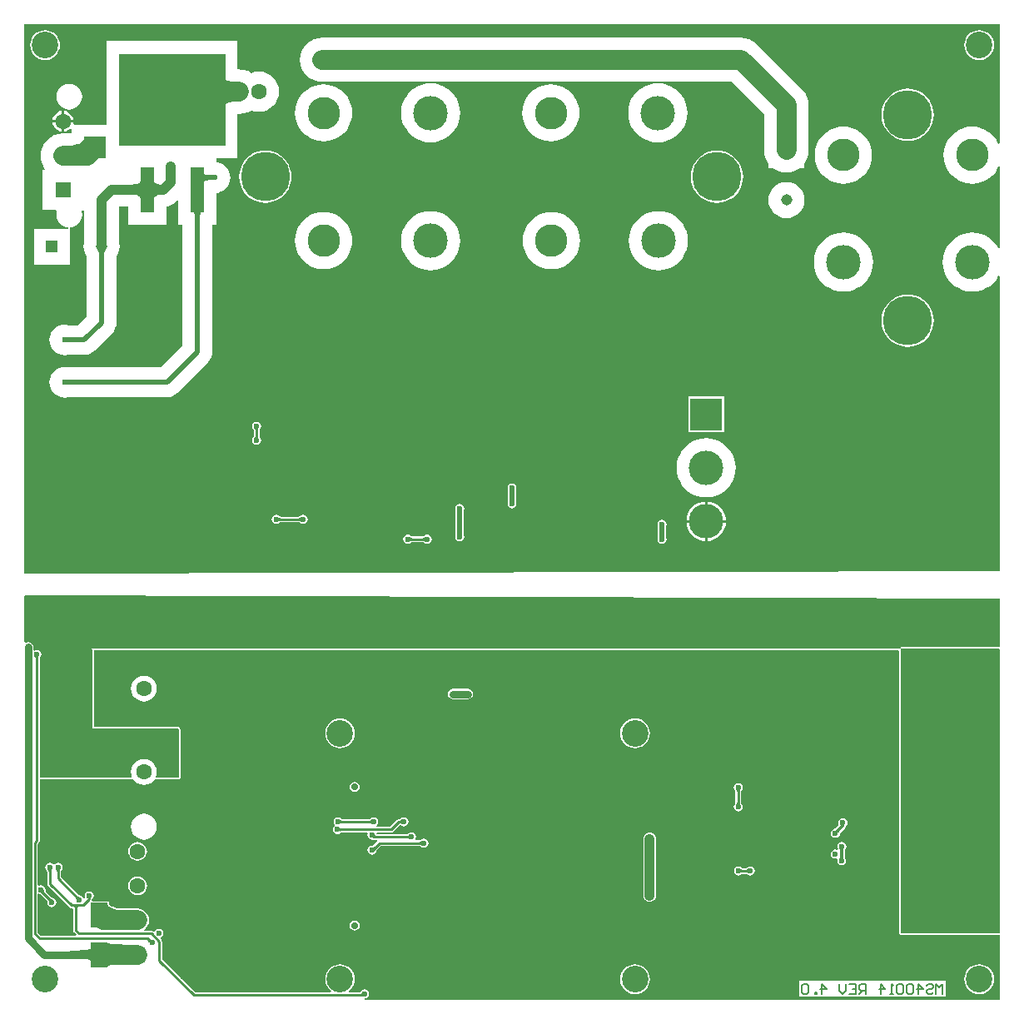
<source format=gbl>
G04*
G04 #@! TF.GenerationSoftware,Altium Limited,Altium Designer,18.1.9 (240)*
G04*
G04 Layer_Physical_Order=2*
G04 Layer_Color=16711680*
%FSLAX25Y25*%
%MOIN*%
G70*
G01*
G75*
%ADD11C,0.01000*%
%ADD13C,0.01968*%
%ADD15C,0.00591*%
%ADD17R,0.05315X0.18110*%
%ADD18R,0.42520X0.37008*%
%ADD135C,0.03937*%
%ADD137C,0.07874*%
%ADD138C,0.02953*%
%ADD140C,0.01339*%
%ADD145C,0.04500*%
%ADD146R,0.04500X0.04500*%
%ADD147C,0.19685*%
%ADD148C,0.06299*%
%ADD149R,0.06299X0.06299*%
%ADD150R,0.04500X0.04500*%
%ADD151C,0.12992*%
%ADD152C,0.13780*%
%ADD153R,0.12992X0.12992*%
%ADD154C,0.10630*%
%ADD155C,0.02756*%
%ADD156C,0.02362*%
%ADD157C,0.04724*%
%ADD158R,0.08898X0.08504*%
%ADD159R,0.06693X0.09843*%
%ADD160C,0.13780*%
G36*
X392070Y392069D02*
Y344428D01*
X391569Y344329D01*
X391307Y344963D01*
X390368Y346496D01*
X389201Y347862D01*
X387834Y349029D01*
X386302Y349968D01*
X384641Y350656D01*
X382894Y351075D01*
X381102Y351216D01*
X379311Y351075D01*
X377563Y350656D01*
X375903Y349968D01*
X374371Y349029D01*
X373004Y347862D01*
X371837Y346496D01*
X370898Y344963D01*
X370210Y343303D01*
X369791Y341555D01*
X369650Y339764D01*
X369791Y337972D01*
X370210Y336225D01*
X370898Y334564D01*
X371837Y333032D01*
X373004Y331665D01*
X374371Y330498D01*
X375903Y329559D01*
X377563Y328872D01*
X379311Y328452D01*
X381102Y328311D01*
X382894Y328452D01*
X384641Y328872D01*
X386302Y329559D01*
X387834Y330498D01*
X389201Y331665D01*
X390368Y333032D01*
X391307Y334564D01*
X391569Y335199D01*
X392070Y335099D01*
Y302594D01*
X391569Y302453D01*
X390687Y303893D01*
X389480Y305307D01*
X388066Y306514D01*
X386481Y307485D01*
X384763Y308197D01*
X382956Y308631D01*
X381102Y308777D01*
X379249Y308631D01*
X377441Y308197D01*
X375724Y307485D01*
X374138Y306514D01*
X372725Y305307D01*
X371517Y303893D01*
X370546Y302308D01*
X369835Y300590D01*
X369401Y298782D01*
X369255Y296929D01*
X369401Y295076D01*
X369835Y293268D01*
X370546Y291550D01*
X371517Y289965D01*
X372725Y288552D01*
X374138Y287344D01*
X375724Y286373D01*
X377441Y285662D01*
X379249Y285227D01*
X381102Y285082D01*
X382956Y285227D01*
X384763Y285662D01*
X386481Y286373D01*
X388066Y287344D01*
X389480Y288552D01*
X390687Y289965D01*
X391569Y291405D01*
X392070Y291264D01*
Y173224D01*
X1985Y172249D01*
X1631Y172602D01*
Y392070D01*
X392070Y392069D01*
D02*
G37*
G36*
Y162332D02*
Y142717D01*
X352638D01*
Y142110D01*
X391716Y142116D01*
X392070Y141762D01*
Y28215D01*
X352638D01*
Y142110D01*
X28513Y142067D01*
X28936Y141645D01*
Y110236D01*
X63041Y110258D01*
X63495Y109803D01*
Y90551D01*
X54550D01*
X54273Y90967D01*
X54445Y91382D01*
X54621Y92721D01*
X54445Y94059D01*
X53928Y95306D01*
X53106Y96377D01*
X52035Y97199D01*
X50788Y97716D01*
X49449Y97892D01*
X48110Y97716D01*
X46863Y97199D01*
X45792Y96377D01*
X44970Y95306D01*
X44453Y94059D01*
X44277Y92721D01*
X44453Y91382D01*
X44625Y90967D01*
X44348Y90551D01*
X7687Y90551D01*
Y137906D01*
X7714Y137967D01*
X7717Y138068D01*
X7723Y138143D01*
X7733Y138208D01*
X7746Y138264D01*
X7760Y138311D01*
X7776Y138351D01*
X7792Y138384D01*
X7809Y138411D01*
X7827Y138435D01*
X7868Y138479D01*
X7892Y138545D01*
X8243Y139069D01*
X8381Y139764D01*
X8243Y140459D01*
X7849Y141048D01*
X7260Y141442D01*
X6565Y141580D01*
X5870Y141442D01*
X5693Y141323D01*
X5193Y141591D01*
Y142717D01*
X5032Y143527D01*
X4573Y144213D01*
X3887Y144673D01*
X3076Y144834D01*
X2266Y144673D01*
X2072Y144543D01*
X1631Y144779D01*
Y163186D01*
X1985Y163539D01*
X392070Y162332D01*
D02*
G37*
G36*
X7330Y138853D02*
X7274Y138780D01*
X7225Y138702D01*
X7183Y138617D01*
X7147Y138526D01*
X7117Y138430D01*
X7094Y138328D01*
X7078Y138219D01*
X7068Y138105D01*
X7065Y137985D01*
X6065D01*
X6062Y138105D01*
X6052Y138219D01*
X6036Y138328D01*
X6013Y138430D01*
X5983Y138526D01*
X5947Y138617D01*
X5905Y138702D01*
X5856Y138780D01*
X5800Y138853D01*
X5738Y138920D01*
X7392D01*
X7330Y138853D01*
D02*
G37*
G36*
X351988Y141107D02*
Y28215D01*
X352179Y27756D01*
X352638Y27565D01*
X392070D01*
Y1631D01*
X137896Y1631D01*
X137847Y2131D01*
X138490Y2259D01*
X139079Y2653D01*
X139473Y3242D01*
X139611Y3937D01*
X139473Y4632D01*
X139079Y5221D01*
X138490Y5615D01*
X137795Y5753D01*
X137100Y5615D01*
X136511Y5221D01*
X136117Y4632D01*
X136112Y4605D01*
X136106Y4600D01*
X136089Y4595D01*
X136046Y4586D01*
X135984Y4580D01*
X135885Y4577D01*
X135824Y4549D01*
X131615D01*
X131436Y5049D01*
X132156Y5640D01*
X132895Y6540D01*
X133444Y7568D01*
X133782Y8683D01*
X133896Y9843D01*
X133782Y11002D01*
X133444Y12117D01*
X132895Y13145D01*
X132156Y14045D01*
X131255Y14784D01*
X130227Y15334D01*
X129112Y15672D01*
X127953Y15786D01*
X126793Y15672D01*
X125678Y15334D01*
X124651Y14784D01*
X123750Y14045D01*
X123011Y13145D01*
X122462Y12117D01*
X122123Y11002D01*
X122009Y9843D01*
X122123Y8683D01*
X122462Y7568D01*
X123011Y6540D01*
X123750Y5640D01*
X124470Y5049D01*
X124291Y4549D01*
X69986D01*
X56751Y17785D01*
Y24872D01*
X56751Y24872D01*
X56665Y25301D01*
X56422Y25665D01*
X56422Y25665D01*
X56034Y26053D01*
X56161Y26474D01*
X56237Y26557D01*
X56796Y26931D01*
X57190Y27520D01*
X57328Y28215D01*
X57190Y28910D01*
X56796Y29499D01*
X56207Y29893D01*
X55512Y30031D01*
X54817Y29893D01*
X54228Y29499D01*
X53854Y28940D01*
X53771Y28864D01*
X53350Y28737D01*
X53257Y28830D01*
X52894Y29073D01*
X52464Y29158D01*
X52464Y29158D01*
X49630D01*
X49461Y29658D01*
X50205Y30229D01*
X50932Y31176D01*
X51389Y32280D01*
X51545Y33465D01*
X51389Y34649D01*
X50932Y35753D01*
X50205Y36700D01*
X49257Y37428D01*
X48153Y37885D01*
X46969Y38041D01*
X42740D01*
X42717Y38051D01*
X41236Y38080D01*
X39931Y38166D01*
X38793Y38308D01*
X37824Y38502D01*
X37030Y38745D01*
X36413Y39027D01*
X35972Y39332D01*
X35693Y39646D01*
X35539Y39972D01*
X35474Y40433D01*
X35443Y40486D01*
Y40954D01*
X34921D01*
X34830Y40992D01*
X34786Y40973D01*
X34740Y40985D01*
X34687Y40954D01*
X28924D01*
X28791Y41120D01*
X28614Y41454D01*
X28664Y41706D01*
X28843Y41826D01*
X29237Y42415D01*
X29375Y43110D01*
X29237Y43805D01*
X28843Y44394D01*
X28254Y44788D01*
X27559Y44926D01*
X26864Y44788D01*
X26275Y44394D01*
X25881Y43805D01*
X25743Y43110D01*
X25881Y42415D01*
X25993Y42248D01*
X25864Y42076D01*
X25330Y42196D01*
X25300Y42350D01*
X24906Y42939D01*
X24317Y43333D01*
X23699Y43456D01*
X23635Y43485D01*
X23575Y43488D01*
X23546Y43492D01*
X23514Y43499D01*
X23479Y43510D01*
X23440Y43527D01*
X23396Y43551D01*
X23348Y43581D01*
X23295Y43620D01*
X23238Y43668D01*
X23164Y43738D01*
X23101Y43762D01*
X16184Y50679D01*
Y52768D01*
X16212Y52829D01*
X16215Y52931D01*
X16221Y53005D01*
X16231Y53070D01*
X16244Y53126D01*
X16258Y53174D01*
X16274Y53213D01*
X16290Y53246D01*
X16307Y53273D01*
X16325Y53297D01*
X16366Y53341D01*
X16390Y53407D01*
X16741Y53931D01*
X16879Y54626D01*
X16741Y55321D01*
X16347Y55910D01*
X15758Y56304D01*
X15063Y56442D01*
X14368Y56304D01*
X13779Y55910D01*
X13687Y55773D01*
X13187D01*
X13095Y55910D01*
X12506Y56304D01*
X11811Y56442D01*
X11116Y56304D01*
X10527Y55910D01*
X10133Y55321D01*
X9995Y54626D01*
X10133Y53931D01*
X10484Y53407D01*
X10508Y53341D01*
X10549Y53297D01*
X10567Y53273D01*
X10584Y53246D01*
X10600Y53213D01*
X10616Y53174D01*
X10630Y53126D01*
X10643Y53070D01*
X10653Y53005D01*
X10659Y52931D01*
X10662Y52829D01*
X10689Y52768D01*
Y47992D01*
X10689Y47992D01*
X10775Y47563D01*
X11018Y47199D01*
X19640Y38577D01*
X19640Y38577D01*
X20004Y38334D01*
X20433Y38249D01*
X20433Y38249D01*
X20659D01*
X20682Y38233D01*
X20702Y38237D01*
X21151Y37993D01*
X21153Y37986D01*
X21160Y37836D01*
X21188Y37779D01*
Y29351D01*
X21188Y29351D01*
X21273Y28922D01*
X21516Y28558D01*
X22368Y27706D01*
X22161Y27206D01*
X8239D01*
X6948Y28496D01*
Y43807D01*
X7448Y44074D01*
X7572Y43991D01*
X7768Y43953D01*
X7857Y43886D01*
X7918Y43870D01*
X7957Y43857D01*
X8001Y43839D01*
X8049Y43815D01*
X8100Y43785D01*
X8156Y43749D01*
X8209Y43710D01*
X8348Y43592D01*
X8419Y43523D01*
X8484Y43498D01*
X10650Y41332D01*
X10673Y41270D01*
X10741Y41198D01*
X10781Y41148D01*
X10810Y41106D01*
X10828Y41074D01*
X10838Y41051D01*
X10842Y41039D01*
X10842Y41034D01*
X10833Y40991D01*
X10853Y40869D01*
X10782Y40512D01*
X10921Y39817D01*
X11314Y39228D01*
X11903Y38834D01*
X12598Y38696D01*
X13293Y38834D01*
X13882Y39228D01*
X14276Y39817D01*
X14414Y40512D01*
X14276Y41207D01*
X13882Y41796D01*
X13293Y42189D01*
X13174Y42213D01*
X13105Y42270D01*
X13048Y42289D01*
X13008Y42304D01*
X12964Y42325D01*
X12922Y42347D01*
X12798Y42429D01*
X12748Y42467D01*
X12607Y42589D01*
X12533Y42661D01*
X12468Y42686D01*
X10315Y44839D01*
X10313Y44852D01*
X10269Y44885D01*
X10253Y44901D01*
X10229Y44964D01*
X10162Y45036D01*
X10120Y45087D01*
X10089Y45131D01*
X10069Y45167D01*
X10057Y45193D01*
X10051Y45212D01*
X10049Y45224D01*
X10048Y45231D01*
X10048Y45238D01*
X10057Y45286D01*
X10030Y45403D01*
X10084Y45669D01*
X9945Y46364D01*
X9552Y46953D01*
X8962Y47347D01*
X8268Y47485D01*
X7572Y47347D01*
X7448Y47264D01*
X6948Y47531D01*
Y63966D01*
X7358Y64376D01*
X7358Y64376D01*
X7601Y64740D01*
X7687Y65169D01*
X7687Y65169D01*
Y89902D01*
X44348Y89902D01*
X44409Y89927D01*
X44474Y89914D01*
X44512Y89939D01*
X44832Y90076D01*
X45201Y89833D01*
X45792Y89063D01*
X46863Y88241D01*
X48110Y87725D01*
X49449Y87549D01*
X50788Y87725D01*
X52035Y88241D01*
X53106Y89063D01*
X53697Y89833D01*
X54066Y90076D01*
X54386Y89939D01*
X54424Y89914D01*
X54489Y89927D01*
X54550Y89902D01*
X63495D01*
X63955Y90092D01*
X64145Y90551D01*
Y109803D01*
X64145Y109803D01*
X64145Y109804D01*
X64052Y110028D01*
X63955Y110263D01*
X63955Y110263D01*
X63955Y110263D01*
X63500Y110717D01*
X63500Y110717D01*
X63500Y110717D01*
X63267Y110814D01*
X63041Y110907D01*
X63041Y110907D01*
X63040Y110907D01*
X29939Y110886D01*
X29585Y111240D01*
Y141418D01*
X351635Y141461D01*
X351988Y141107D01*
D02*
G37*
G36*
X15828Y53715D02*
X15772Y53642D01*
X15723Y53564D01*
X15681Y53479D01*
X15645Y53389D01*
X15615Y53292D01*
X15592Y53190D01*
X15576Y53081D01*
X15566Y52967D01*
X15563Y52847D01*
X14563D01*
X14560Y52967D01*
X14550Y53081D01*
X14534Y53190D01*
X14511Y53292D01*
X14481Y53389D01*
X14445Y53479D01*
X14403Y53564D01*
X14354Y53642D01*
X14298Y53715D01*
X14236Y53782D01*
X15890D01*
X15828Y53715D01*
D02*
G37*
G36*
X12576D02*
X12520Y53642D01*
X12471Y53564D01*
X12429Y53479D01*
X12393Y53389D01*
X12363Y53292D01*
X12340Y53190D01*
X12324Y53081D01*
X12314Y52967D01*
X12311Y52847D01*
X11311D01*
X11308Y52967D01*
X11298Y53081D01*
X11282Y53190D01*
X11259Y53292D01*
X11229Y53389D01*
X11193Y53479D01*
X11151Y53564D01*
X11102Y53642D01*
X11046Y53715D01*
X10984Y53782D01*
X12638D01*
X12576Y53715D01*
D02*
G37*
G36*
X9402Y45310D02*
X9397Y45223D01*
X9404Y45135D01*
X9421Y45048D01*
X9450Y44960D01*
X9489Y44872D01*
X9539Y44784D01*
X9601Y44696D01*
X9673Y44608D01*
X9756Y44519D01*
X8870Y43991D01*
X8783Y44074D01*
X8611Y44220D01*
X8525Y44283D01*
X8440Y44339D01*
X8355Y44388D01*
X8271Y44430D01*
X8186Y44465D01*
X8102Y44493D01*
X8018Y44515D01*
X9417Y45397D01*
X9402Y45310D01*
D02*
G37*
G36*
X22805Y43184D02*
X22893Y43110D01*
X22981Y43045D01*
X23069Y42989D01*
X23158Y42941D01*
X23248Y42903D01*
X23338Y42873D01*
X23428Y42852D01*
X23519Y42840D01*
X23610Y42836D01*
X22441Y41667D01*
X22437Y41758D01*
X22425Y41849D01*
X22404Y41939D01*
X22374Y42029D01*
X22336Y42119D01*
X22288Y42208D01*
X22232Y42296D01*
X22167Y42385D01*
X22093Y42472D01*
X22011Y42559D01*
X22718Y43266D01*
X22805Y43184D01*
D02*
G37*
G36*
X12168Y42110D02*
X12339Y41962D01*
X12423Y41898D01*
X12589Y41790D01*
X12670Y41745D01*
X12751Y41707D01*
X12832Y41676D01*
X12911Y41651D01*
X11466Y40847D01*
X11485Y40932D01*
X11493Y41017D01*
X11490Y41103D01*
X11475Y41189D01*
X11449Y41275D01*
X11411Y41362D01*
X11362Y41449D01*
X11302Y41537D01*
X11230Y41625D01*
X11147Y41714D01*
X12081Y42194D01*
X12168Y42110D01*
D02*
G37*
G36*
X23809Y38870D02*
X23619Y38860D01*
X23449Y38830D01*
X23299Y38780D01*
X23169Y38710D01*
X23059Y38620D01*
X22969Y38510D01*
X22899Y38380D01*
X22849Y38230D01*
X22819Y38060D01*
X22809Y37870D01*
X21809D01*
X21799Y38060D01*
X21769Y38230D01*
X21719Y38380D01*
X21649Y38510D01*
X21559Y38620D01*
X21449Y38710D01*
X21319Y38780D01*
X21169Y38830D01*
X20999Y38860D01*
X20809Y38870D01*
X22309Y39870D01*
X23809Y38870D01*
D02*
G37*
G36*
X34909Y39783D02*
X35146Y39284D01*
X35539Y38842D01*
X36090Y38460D01*
X36799Y38137D01*
X37665Y37872D01*
X38689Y37666D01*
X39870Y37519D01*
X41208Y37431D01*
X42704Y37402D01*
Y29528D01*
X34830Y30524D01*
Y40342D01*
X34909Y39783D01*
D02*
G37*
G36*
X51695Y25815D02*
X51783Y25743D01*
X51871Y25681D01*
X51959Y25631D01*
X52047Y25592D01*
X52134Y25563D01*
X52222Y25546D01*
X52309Y25539D01*
X52397Y25544D01*
X52484Y25559D01*
X51601Y24160D01*
X51580Y24244D01*
X51552Y24328D01*
X51516Y24413D01*
X51474Y24497D01*
X51425Y24582D01*
X51370Y24667D01*
X51307Y24753D01*
X51161Y24925D01*
X51078Y25012D01*
X51606Y25898D01*
X51695Y25815D01*
D02*
G37*
G36*
X28162Y22107D02*
X28390Y22222D01*
X28714Y22471D01*
Y16899D01*
X28390Y17148D01*
X28162Y17262D01*
Y16732D01*
X28132Y17013D01*
X28043Y17264D01*
X27986Y17350D01*
X27945Y17371D01*
X27377Y17567D01*
X26686Y17737D01*
X25873Y17881D01*
X23880Y18091D01*
X21397Y18195D01*
X19972Y18209D01*
Y21161D01*
X21397Y21174D01*
X25873Y21489D01*
X26686Y21633D01*
X27377Y21803D01*
X27945Y21999D01*
X27986Y22020D01*
X28043Y22106D01*
X28132Y22357D01*
X28162Y22638D01*
Y22107D01*
D02*
G37*
G36*
X34909Y24409D02*
X35146Y24244D01*
X35539Y24098D01*
X36090Y23972D01*
X36799Y23865D01*
X38689Y23709D01*
X42704Y23622D01*
Y15748D01*
X41208Y15738D01*
X36090Y15398D01*
X35539Y15272D01*
X35146Y15126D01*
X34909Y14961D01*
X34830Y14776D01*
Y24594D01*
X34909Y24409D01*
D02*
G37*
G36*
X137373Y2834D02*
X137320Y2852D01*
X137259Y2868D01*
X137189Y2882D01*
X137026Y2904D01*
X136829Y2919D01*
X136473Y2928D01*
X135906Y3928D01*
X136028Y3932D01*
X136141Y3943D01*
X136243Y3963D01*
X136336Y3990D01*
X136418Y4025D01*
X136490Y4069D01*
X136552Y4119D01*
X136604Y4178D01*
X136646Y4245D01*
X136678Y4319D01*
X137373Y2834D01*
D02*
G37*
%LPC*%
G36*
X383858Y389802D02*
X382699Y389688D01*
X381584Y389349D01*
X380556Y388800D01*
X379656Y388061D01*
X378916Y387160D01*
X378367Y386133D01*
X378029Y385018D01*
X377915Y383858D01*
X378029Y382699D01*
X378367Y381584D01*
X378916Y380556D01*
X379656Y379656D01*
X380556Y378916D01*
X381584Y378367D01*
X382699Y378029D01*
X383858Y377915D01*
X385018Y378029D01*
X386133Y378367D01*
X387160Y378916D01*
X388061Y379656D01*
X388800Y380556D01*
X389349Y381584D01*
X389688Y382699D01*
X389802Y383858D01*
X389688Y385018D01*
X389349Y386133D01*
X388800Y387160D01*
X388061Y388061D01*
X387160Y388800D01*
X386133Y389349D01*
X385018Y389688D01*
X383858Y389802D01*
D02*
G37*
G36*
X9843D02*
X8683Y389688D01*
X7568Y389349D01*
X6540Y388800D01*
X5640Y388061D01*
X4901Y387160D01*
X4351Y386133D01*
X4013Y385018D01*
X3899Y383858D01*
X4013Y382699D01*
X4351Y381584D01*
X4901Y380556D01*
X5640Y379656D01*
X6540Y378916D01*
X7568Y378367D01*
X8683Y378029D01*
X9843Y377915D01*
X11002Y378029D01*
X12117Y378367D01*
X13145Y378916D01*
X14045Y379656D01*
X14784Y380556D01*
X15334Y381584D01*
X15672Y382699D01*
X15786Y383858D01*
X15672Y385018D01*
X15334Y386133D01*
X14784Y387160D01*
X14045Y388061D01*
X13145Y388800D01*
X12117Y389349D01*
X11002Y389688D01*
X9843Y389802D01*
D02*
G37*
G36*
X19512Y368361D02*
X18173Y368184D01*
X16926Y367668D01*
X15855Y366846D01*
X15033Y365775D01*
X14516Y364528D01*
X14340Y363189D01*
X14516Y361850D01*
X15033Y360603D01*
X15855Y359532D01*
X16926Y358710D01*
X18173Y358193D01*
X19512Y358017D01*
X20850Y358193D01*
X22098Y358710D01*
X23169Y359532D01*
X23991Y360603D01*
X24507Y361850D01*
X24684Y363189D01*
X24507Y364528D01*
X23991Y365775D01*
X23169Y366846D01*
X22098Y367668D01*
X20850Y368184D01*
X19512Y368361D01*
D02*
G37*
G36*
X86968Y385433D02*
X34606D01*
Y351888D01*
X25716D01*
X25484Y351918D01*
X25253Y351888D01*
X21391D01*
X21091Y352388D01*
X21151Y352847D01*
X17531D01*
Y349227D01*
X18115Y349304D01*
X19124Y349722D01*
X19991Y350387D01*
X20078Y350500D01*
X20551Y350339D01*
Y348674D01*
X19895Y348578D01*
X18858Y348498D01*
X17570Y348468D01*
X17031D01*
X15295Y348297D01*
X13625Y347791D01*
X12086Y346968D01*
X10737Y345861D01*
X9630Y344512D01*
X8808Y342973D01*
X8301Y341303D01*
X8130Y339567D01*
X8301Y337830D01*
X8808Y336161D01*
X9630Y334622D01*
X9886Y334310D01*
X9672Y333858D01*
X8961D01*
Y317717D01*
X14246D01*
X14441Y317424D01*
X14507Y317216D01*
X14340Y315945D01*
X14516Y314606D01*
X15033Y313359D01*
X15855Y312288D01*
X16926Y311466D01*
X18173Y310949D01*
X19149Y310821D01*
X19116Y310321D01*
X5347D01*
Y295978D01*
X19690D01*
Y310292D01*
X19690Y310321D01*
X19734Y310802D01*
X20850Y310949D01*
X22098Y311466D01*
X23169Y312288D01*
X23991Y313359D01*
X24507Y314606D01*
X24684Y315945D01*
X24516Y317216D01*
X24582Y317424D01*
X24670Y317554D01*
X25102Y317717D01*
X25595Y317699D01*
Y305031D01*
X25451Y304555D01*
X25312Y303150D01*
X25451Y301744D01*
X25861Y300392D01*
X26491Y299213D01*
X26567Y298064D01*
X26570Y297480D01*
X26584Y297379D01*
Y275103D01*
X23162Y271682D01*
X19176D01*
X18913Y271762D01*
X17716Y271879D01*
X16520Y271762D01*
X15370Y271413D01*
X14310Y270846D01*
X13380Y270083D01*
X12618Y269154D01*
X12051Y268094D01*
X11702Y266944D01*
X11584Y265747D01*
X11702Y264551D01*
X12051Y263401D01*
X12618Y262341D01*
X13380Y261412D01*
X14310Y260649D01*
X15370Y260082D01*
X16520Y259733D01*
X17716Y259616D01*
X18913Y259733D01*
X19176Y259813D01*
X25620D01*
X26778Y259927D01*
X27891Y260265D01*
X28917Y260813D01*
X29816Y261551D01*
X36714Y268449D01*
X36714Y268449D01*
X37452Y269349D01*
X38001Y270374D01*
X38338Y271488D01*
X38452Y272645D01*
Y297379D01*
X38466Y297480D01*
X38470Y298143D01*
X38504Y299139D01*
X38510Y299146D01*
X39176Y300392D01*
X39586Y301744D01*
X39724Y303150D01*
X39586Y304555D01*
X39441Y305031D01*
Y319060D01*
X39452Y319071D01*
X43209D01*
Y312008D01*
X58366D01*
Y319164D01*
X58674Y319194D01*
X59973Y319588D01*
X61170Y320228D01*
X62219Y321089D01*
X62747Y321617D01*
X63209Y321425D01*
Y312008D01*
X64932D01*
Y263466D01*
X56219Y254752D01*
X19176D01*
X18913Y254833D01*
X17716Y254950D01*
X16520Y254833D01*
X15370Y254484D01*
X14310Y253917D01*
X13380Y253154D01*
X12618Y252225D01*
X12051Y251165D01*
X11702Y250015D01*
X11584Y248818D01*
X11702Y247622D01*
X12051Y246472D01*
X12618Y245412D01*
X13380Y244482D01*
X14310Y243720D01*
X15370Y243153D01*
X16520Y242804D01*
X17716Y242687D01*
X18913Y242804D01*
X19176Y242884D01*
X58677D01*
X59834Y242998D01*
X60948Y243336D01*
X61974Y243884D01*
X62873Y244622D01*
X75062Y256812D01*
X75800Y257711D01*
X76349Y258737D01*
X76686Y259850D01*
X76800Y261008D01*
Y312008D01*
X78366D01*
Y324617D01*
X79149Y324694D01*
X80299Y325043D01*
X81359Y325609D01*
X82288Y326372D01*
X83051Y327301D01*
X83618Y328361D01*
X83966Y329512D01*
X84084Y330708D01*
X83966Y331904D01*
X83618Y333055D01*
X83051Y334115D01*
X82288Y335044D01*
X81359Y335806D01*
X80299Y336373D01*
X79149Y336722D01*
X78366Y336799D01*
Y338583D01*
X86968D01*
Y356246D01*
X87675Y356257D01*
X87809Y356277D01*
X89335Y356427D01*
X91005Y356934D01*
X92371Y357664D01*
X93890Y357203D01*
X95472Y357048D01*
X97055Y357203D01*
X98576Y357665D01*
X99978Y358414D01*
X101207Y359423D01*
X102216Y360652D01*
X102965Y362054D01*
X103427Y363575D01*
X103582Y365158D01*
X103427Y366740D01*
X102965Y368261D01*
X102216Y369663D01*
X101207Y370892D01*
X99978Y371901D01*
X98576Y372650D01*
X97055Y373112D01*
X95472Y373267D01*
X93890Y373112D01*
X92371Y372651D01*
X91005Y373381D01*
X89335Y373888D01*
X87953Y374024D01*
X87759Y374056D01*
X86968Y374081D01*
Y385433D01*
D02*
G37*
G36*
X17531Y357466D02*
Y353847D01*
X21151D01*
X21074Y354430D01*
X20656Y355439D01*
X19991Y356306D01*
X19124Y356971D01*
X18115Y357389D01*
X17531Y357466D01*
D02*
G37*
G36*
X16532Y357466D02*
X15948Y357389D01*
X14939Y356971D01*
X14072Y356306D01*
X13407Y355439D01*
X12989Y354430D01*
X12912Y353847D01*
X16532D01*
Y357466D01*
D02*
G37*
G36*
Y352847D02*
X12912D01*
X12989Y352263D01*
X13407Y351254D01*
X14072Y350387D01*
X14939Y349722D01*
X15948Y349304D01*
X16532Y349227D01*
Y352847D01*
D02*
G37*
G36*
X355281Y366380D02*
X353643Y366251D01*
X352045Y365868D01*
X350526Y365239D01*
X349125Y364380D01*
X347875Y363312D01*
X346807Y362062D01*
X345948Y360661D01*
X345319Y359142D01*
X344936Y357544D01*
X344807Y355906D01*
X344936Y354267D01*
X345319Y352669D01*
X345948Y351150D01*
X346807Y349748D01*
X347875Y348499D01*
X349125Y347431D01*
X350526Y346572D01*
X352045Y345943D01*
X353643Y345560D01*
X355281Y345431D01*
X356920Y345560D01*
X358518Y345943D01*
X360037Y346572D01*
X361438Y347431D01*
X362688Y348499D01*
X363756Y349748D01*
X364615Y351150D01*
X365244Y352669D01*
X365627Y354267D01*
X365756Y355906D01*
X365627Y357544D01*
X365244Y359142D01*
X364615Y360661D01*
X363756Y362062D01*
X362688Y363312D01*
X361438Y364380D01*
X360037Y365239D01*
X358518Y365868D01*
X356920Y366251D01*
X355281Y366380D01*
D02*
G37*
G36*
X212368Y368145D02*
X210577Y368004D01*
X208829Y367585D01*
X207169Y366897D01*
X205636Y365958D01*
X204270Y364791D01*
X203103Y363425D01*
X202164Y361892D01*
X201476Y360232D01*
X201056Y358485D01*
X200915Y356693D01*
X201056Y354901D01*
X201476Y353154D01*
X202164Y351494D01*
X203103Y349961D01*
X204270Y348595D01*
X205636Y347428D01*
X207169Y346489D01*
X208829Y345801D01*
X210577Y345381D01*
X212368Y345240D01*
X214160Y345381D01*
X215907Y345801D01*
X217567Y346489D01*
X219100Y347428D01*
X220466Y348595D01*
X221633Y349961D01*
X222572Y351494D01*
X223260Y353154D01*
X223680Y354901D01*
X223821Y356693D01*
X223680Y358485D01*
X223260Y360232D01*
X222572Y361892D01*
X221633Y363425D01*
X220466Y364791D01*
X219100Y365958D01*
X217567Y366897D01*
X215907Y367585D01*
X214160Y368004D01*
X212368Y368145D01*
D02*
G37*
G36*
X121423D02*
X119632Y368004D01*
X117884Y367585D01*
X116224Y366897D01*
X114691Y365958D01*
X113325Y364791D01*
X112158Y363425D01*
X111219Y361892D01*
X110531Y360232D01*
X110111Y358485D01*
X109970Y356693D01*
X110111Y354901D01*
X110531Y353154D01*
X111219Y351494D01*
X112158Y349961D01*
X113325Y348595D01*
X114691Y347428D01*
X116224Y346489D01*
X117884Y345801D01*
X119632Y345381D01*
X121423Y345240D01*
X123215Y345381D01*
X124962Y345801D01*
X126622Y346489D01*
X128155Y347428D01*
X129521Y348595D01*
X130689Y349961D01*
X131628Y351494D01*
X132315Y353154D01*
X132735Y354901D01*
X132876Y356693D01*
X132735Y358485D01*
X132315Y360232D01*
X131628Y361892D01*
X130689Y363425D01*
X129521Y364791D01*
X128155Y365958D01*
X126622Y366897D01*
X124962Y367585D01*
X123215Y368004D01*
X121423Y368145D01*
D02*
G37*
G36*
X255203Y368541D02*
X253349Y368395D01*
X251542Y367961D01*
X249824Y367249D01*
X248239Y366278D01*
X246825Y365070D01*
X245618Y363657D01*
X244646Y362072D01*
X243935Y360354D01*
X243501Y358546D01*
X243355Y356693D01*
X243501Y354840D01*
X243935Y353032D01*
X244646Y351314D01*
X245618Y349729D01*
X246825Y348315D01*
X248239Y347108D01*
X249824Y346137D01*
X251542Y345425D01*
X253349Y344991D01*
X255203Y344845D01*
X257056Y344991D01*
X258864Y345425D01*
X260581Y346137D01*
X262167Y347108D01*
X263580Y348315D01*
X264788Y349729D01*
X265759Y351314D01*
X266470Y353032D01*
X266904Y354840D01*
X267050Y356693D01*
X266904Y358546D01*
X266470Y360354D01*
X265759Y362072D01*
X264788Y363657D01*
X263580Y365070D01*
X262167Y366278D01*
X260581Y367249D01*
X258864Y367961D01*
X257056Y368395D01*
X255203Y368541D01*
D02*
G37*
G36*
X164258D02*
X162404Y368395D01*
X160597Y367961D01*
X158879Y367249D01*
X157294Y366278D01*
X155880Y365070D01*
X154673Y363657D01*
X153702Y362072D01*
X152990Y360354D01*
X152556Y358546D01*
X152410Y356693D01*
X152556Y354840D01*
X152990Y353032D01*
X153702Y351314D01*
X154673Y349729D01*
X155880Y348315D01*
X157294Y347108D01*
X158879Y346137D01*
X160597Y345425D01*
X162404Y344991D01*
X164258Y344845D01*
X166111Y344991D01*
X167919Y345425D01*
X169636Y346137D01*
X171222Y347108D01*
X172635Y348315D01*
X173843Y349729D01*
X174814Y351314D01*
X175525Y353032D01*
X175960Y354840D01*
X176105Y356693D01*
X175960Y358546D01*
X175525Y360354D01*
X174814Y362072D01*
X173843Y363657D01*
X172635Y365070D01*
X171222Y366278D01*
X169636Y367249D01*
X167919Y367961D01*
X166111Y368395D01*
X164258Y368541D01*
D02*
G37*
G36*
X288585Y386854D02*
X120866D01*
X119130Y386683D01*
X117460Y386176D01*
X115921Y385354D01*
X114572Y384247D01*
X113465Y382898D01*
X112643Y381359D01*
X112136Y379689D01*
X111965Y377953D01*
X112136Y376216D01*
X112643Y374547D01*
X113465Y373008D01*
X114572Y371659D01*
X115921Y370552D01*
X117460Y369729D01*
X119130Y369223D01*
X120866Y369052D01*
X284898D01*
X297792Y356158D01*
Y341732D01*
X297963Y339996D01*
X298469Y338326D01*
X299292Y336787D01*
X299522Y336507D01*
Y334561D01*
X301468D01*
X301748Y334331D01*
X303287Y333509D01*
X304956Y333002D01*
X306693Y332831D01*
X308429Y333002D01*
X310099Y333509D01*
X311638Y334331D01*
X311918Y334561D01*
X313864D01*
Y336507D01*
X314094Y336787D01*
X314916Y338326D01*
X315423Y339996D01*
X315594Y341732D01*
Y359845D01*
X315423Y361582D01*
X314916Y363251D01*
X314094Y364790D01*
X312987Y366139D01*
X294879Y384247D01*
X293531Y385354D01*
X291992Y386176D01*
X290322Y386683D01*
X288585Y386854D01*
D02*
G37*
G36*
X329528Y351216D02*
X327736Y351075D01*
X325989Y350656D01*
X324328Y349968D01*
X322796Y349029D01*
X321429Y347862D01*
X320262Y346496D01*
X319323Y344963D01*
X318636Y343303D01*
X318216Y341555D01*
X318075Y339764D01*
X318216Y337972D01*
X318636Y336225D01*
X319323Y334564D01*
X320262Y333032D01*
X321429Y331665D01*
X322796Y330498D01*
X324328Y329559D01*
X325989Y328872D01*
X327736Y328452D01*
X329528Y328311D01*
X331319Y328452D01*
X333067Y328872D01*
X334727Y329559D01*
X336259Y330498D01*
X337626Y331665D01*
X338793Y333032D01*
X339732Y334564D01*
X340420Y336225D01*
X340839Y337972D01*
X340980Y339764D01*
X340839Y341555D01*
X340420Y343303D01*
X339732Y344963D01*
X338793Y346496D01*
X337626Y347862D01*
X336259Y349029D01*
X334727Y349968D01*
X333067Y350656D01*
X331319Y351075D01*
X329528Y351216D01*
D02*
G37*
G36*
X278904Y341577D02*
X277265Y341448D01*
X275667Y341065D01*
X274148Y340436D01*
X272746Y339577D01*
X271497Y338509D01*
X270429Y337259D01*
X269570Y335858D01*
X268941Y334339D01*
X268558Y332741D01*
X268429Y331102D01*
X268558Y329464D01*
X268941Y327866D01*
X269570Y326347D01*
X270429Y324945D01*
X271497Y323696D01*
X272746Y322628D01*
X274148Y321769D01*
X275667Y321140D01*
X277265Y320757D01*
X278904Y320628D01*
X280542Y320757D01*
X282140Y321140D01*
X283659Y321769D01*
X285060Y322628D01*
X286310Y323696D01*
X287378Y324945D01*
X288237Y326347D01*
X288866Y327866D01*
X289249Y329464D01*
X289378Y331102D01*
X289249Y332741D01*
X288866Y334339D01*
X288237Y335858D01*
X287378Y337259D01*
X286310Y338509D01*
X285060Y339577D01*
X283659Y340436D01*
X282140Y341065D01*
X280542Y341448D01*
X278904Y341577D01*
D02*
G37*
G36*
X98037D02*
X96399Y341448D01*
X94800Y341065D01*
X93282Y340436D01*
X91880Y339577D01*
X90631Y338509D01*
X89563Y337259D01*
X88704Y335858D01*
X88075Y334339D01*
X87691Y332741D01*
X87563Y331102D01*
X87691Y329464D01*
X88075Y327866D01*
X88704Y326347D01*
X89563Y324945D01*
X90631Y323696D01*
X91880Y322628D01*
X93282Y321769D01*
X94800Y321140D01*
X96399Y320757D01*
X98037Y320628D01*
X99676Y320757D01*
X101274Y321140D01*
X102793Y321769D01*
X104194Y322628D01*
X105444Y323696D01*
X106512Y324945D01*
X107370Y326347D01*
X108000Y327866D01*
X108383Y329464D01*
X108512Y331102D01*
X108383Y332741D01*
X108000Y334339D01*
X107370Y335858D01*
X106512Y337259D01*
X105444Y338509D01*
X104194Y339577D01*
X102793Y340436D01*
X101274Y341065D01*
X99676Y341448D01*
X98037Y341577D01*
D02*
G37*
G36*
X306693Y328938D02*
X305287Y328800D01*
X303935Y328390D01*
X302690Y327724D01*
X301597Y326828D01*
X300701Y325736D01*
X300036Y324490D01*
X299625Y323138D01*
X299487Y321732D01*
X299625Y320326D01*
X300036Y318975D01*
X300701Y317729D01*
X301597Y316637D01*
X302690Y315741D01*
X303935Y315075D01*
X305287Y314665D01*
X306693Y314526D01*
X308099Y314665D01*
X309451Y315075D01*
X310696Y315741D01*
X311788Y316637D01*
X312684Y317729D01*
X313350Y318975D01*
X313760Y320326D01*
X313899Y321732D01*
X313760Y323138D01*
X313350Y324490D01*
X312684Y325736D01*
X311788Y326828D01*
X310696Y327724D01*
X309451Y328390D01*
X308099Y328800D01*
X306693Y328938D01*
D02*
G37*
G36*
X212598Y316964D02*
X210807Y316824D01*
X209059Y316404D01*
X207399Y315716D01*
X205867Y314777D01*
X204500Y313610D01*
X203333Y312244D01*
X202394Y310711D01*
X201706Y309051D01*
X201287Y307303D01*
X201146Y305512D01*
X201287Y303720D01*
X201706Y301973D01*
X202394Y300312D01*
X203333Y298780D01*
X204500Y297414D01*
X205867Y296247D01*
X207399Y295307D01*
X209059Y294620D01*
X210807Y294200D01*
X212598Y294059D01*
X214390Y294200D01*
X216138Y294620D01*
X217798Y295307D01*
X219330Y296247D01*
X220697Y297414D01*
X221864Y298780D01*
X222803Y300312D01*
X223491Y301973D01*
X223910Y303720D01*
X224051Y305512D01*
X223910Y307303D01*
X223491Y309051D01*
X222803Y310711D01*
X221864Y312244D01*
X220697Y313610D01*
X219330Y314777D01*
X217798Y315716D01*
X216138Y316404D01*
X214390Y316824D01*
X212598Y316964D01*
D02*
G37*
G36*
X121423D02*
X119632Y316824D01*
X117884Y316404D01*
X116224Y315716D01*
X114691Y314777D01*
X113325Y313610D01*
X112158Y312244D01*
X111219Y310711D01*
X110531Y309051D01*
X110111Y307303D01*
X109970Y305512D01*
X110111Y303720D01*
X110531Y301973D01*
X111219Y300312D01*
X112158Y298780D01*
X113325Y297414D01*
X114691Y296247D01*
X116224Y295307D01*
X117884Y294620D01*
X119632Y294200D01*
X121423Y294059D01*
X123215Y294200D01*
X124962Y294620D01*
X126622Y295307D01*
X128155Y296247D01*
X129521Y297414D01*
X130689Y298780D01*
X131628Y300312D01*
X132315Y301973D01*
X132735Y303720D01*
X132876Y305512D01*
X132735Y307303D01*
X132315Y309051D01*
X131628Y310711D01*
X130689Y312244D01*
X129521Y313610D01*
X128155Y314777D01*
X126622Y315716D01*
X124962Y316404D01*
X123215Y316824D01*
X121423Y316964D01*
D02*
G37*
G36*
X255433Y317359D02*
X253580Y317214D01*
X251772Y316779D01*
X250054Y316068D01*
X248469Y315097D01*
X247056Y313889D01*
X245848Y312476D01*
X244877Y310891D01*
X244165Y309173D01*
X243731Y307365D01*
X243585Y305512D01*
X243731Y303659D01*
X244165Y301851D01*
X244877Y300133D01*
X245848Y298548D01*
X247056Y297134D01*
X248469Y295927D01*
X250054Y294956D01*
X251772Y294244D01*
X253580Y293810D01*
X255433Y293664D01*
X257286Y293810D01*
X259094Y294244D01*
X260812Y294956D01*
X262397Y295927D01*
X263811Y297134D01*
X265018Y298548D01*
X265989Y300133D01*
X266701Y301851D01*
X267135Y303659D01*
X267281Y305512D01*
X267135Y307365D01*
X266701Y309173D01*
X265989Y310891D01*
X265018Y312476D01*
X263811Y313889D01*
X262397Y315097D01*
X260812Y316068D01*
X259094Y316779D01*
X257286Y317214D01*
X255433Y317359D01*
D02*
G37*
G36*
X164258D02*
X162404Y317214D01*
X160597Y316779D01*
X158879Y316068D01*
X157294Y315097D01*
X155880Y313889D01*
X154673Y312476D01*
X153702Y310891D01*
X152990Y309173D01*
X152556Y307365D01*
X152410Y305512D01*
X152556Y303659D01*
X152990Y301851D01*
X153702Y300133D01*
X154673Y298548D01*
X155880Y297134D01*
X157294Y295927D01*
X158879Y294956D01*
X160597Y294244D01*
X162404Y293810D01*
X164258Y293664D01*
X166111Y293810D01*
X167919Y294244D01*
X169636Y294956D01*
X171222Y295927D01*
X172635Y297134D01*
X173843Y298548D01*
X174814Y300133D01*
X175525Y301851D01*
X175960Y303659D01*
X176105Y305512D01*
X175960Y307365D01*
X175525Y309173D01*
X174814Y310891D01*
X173843Y312476D01*
X172635Y313889D01*
X171222Y315097D01*
X169636Y316068D01*
X167919Y316779D01*
X166111Y317214D01*
X164258Y317359D01*
D02*
G37*
G36*
X329528Y308777D02*
X327674Y308631D01*
X325867Y308197D01*
X324149Y307485D01*
X322564Y306514D01*
X321150Y305307D01*
X319943Y303893D01*
X318971Y302308D01*
X318260Y300590D01*
X317826Y298782D01*
X317680Y296929D01*
X317826Y295076D01*
X318260Y293268D01*
X318971Y291550D01*
X319943Y289965D01*
X321150Y288552D01*
X322564Y287344D01*
X324149Y286373D01*
X325867Y285662D01*
X327674Y285227D01*
X329528Y285082D01*
X331381Y285227D01*
X333189Y285662D01*
X334906Y286373D01*
X336491Y287344D01*
X337905Y288552D01*
X339112Y289965D01*
X340084Y291550D01*
X340795Y293268D01*
X341229Y295076D01*
X341375Y296929D01*
X341229Y298782D01*
X340795Y300590D01*
X340084Y302308D01*
X339112Y303893D01*
X337905Y305307D01*
X336491Y306514D01*
X334906Y307485D01*
X333189Y308197D01*
X331381Y308631D01*
X329528Y308777D01*
D02*
G37*
G36*
X355281Y283939D02*
X353643Y283810D01*
X352045Y283427D01*
X350526Y282798D01*
X349125Y281939D01*
X347875Y280871D01*
X346807Y279622D01*
X345948Y278220D01*
X345319Y276701D01*
X344936Y275103D01*
X344807Y273464D01*
X344936Y271826D01*
X345319Y270228D01*
X345948Y268709D01*
X346807Y267308D01*
X347875Y266058D01*
X349125Y264990D01*
X350526Y264131D01*
X352045Y263502D01*
X353643Y263119D01*
X355281Y262990D01*
X356920Y263119D01*
X358518Y263502D01*
X360037Y264131D01*
X361438Y264990D01*
X362688Y266058D01*
X363756Y267308D01*
X364615Y268709D01*
X365244Y270228D01*
X365627Y271826D01*
X365756Y273464D01*
X365627Y275103D01*
X365244Y276701D01*
X364615Y278220D01*
X363756Y279622D01*
X362688Y280871D01*
X361438Y281939D01*
X360037Y282798D01*
X358518Y283427D01*
X356920Y283810D01*
X355281Y283939D01*
D02*
G37*
G36*
X281669Y243120D02*
X267477D01*
Y228928D01*
X281669D01*
Y243120D01*
D02*
G37*
G36*
X94587Y232918D02*
X93892Y232780D01*
X93303Y232386D01*
X92909Y231797D01*
X92771Y231102D01*
X92909Y230407D01*
X93259Y229883D01*
X93283Y229818D01*
X93324Y229773D01*
X93342Y229750D01*
X93359Y229722D01*
X93376Y229690D01*
X93392Y229650D01*
X93406Y229603D01*
X93418Y229547D01*
X93428Y229482D01*
X93435Y229407D01*
X93437Y229306D01*
X93465Y229244D01*
Y227441D01*
X93437Y227379D01*
X93435Y227278D01*
X93428Y227204D01*
X93418Y227138D01*
X93406Y227082D01*
X93392Y227035D01*
X93376Y226996D01*
X93359Y226963D01*
X93342Y226935D01*
X93324Y226912D01*
X93283Y226868D01*
X93259Y226802D01*
X92909Y226278D01*
X92771Y225583D01*
X92909Y224888D01*
X93303Y224299D01*
X93892Y223905D01*
X94587Y223767D01*
X95282Y223905D01*
X95871Y224299D01*
X96264Y224888D01*
X96403Y225583D01*
X96264Y226278D01*
X95914Y226802D01*
X95890Y226868D01*
X95849Y226912D01*
X95831Y226935D01*
X95814Y226963D01*
X95797Y226996D01*
X95782Y227035D01*
X95767Y227083D01*
X95755Y227138D01*
X95745Y227204D01*
X95739Y227278D01*
X95736Y227379D01*
X95708Y227441D01*
Y229244D01*
X95736Y229306D01*
X95739Y229407D01*
X95745Y229482D01*
X95755Y229547D01*
X95767Y229603D01*
X95782Y229650D01*
X95797Y229690D01*
X95814Y229722D01*
X95831Y229750D01*
X95849Y229773D01*
X95890Y229818D01*
X95914Y229883D01*
X96264Y230407D01*
X96403Y231102D01*
X96264Y231797D01*
X95871Y232386D01*
X95282Y232780D01*
X94587Y232918D01*
D02*
G37*
G36*
X274573Y226414D02*
X272719Y226269D01*
X270912Y225835D01*
X269194Y225123D01*
X267609Y224152D01*
X266195Y222944D01*
X264988Y221531D01*
X264017Y219946D01*
X263305Y218228D01*
X262871Y216420D01*
X262725Y214567D01*
X262871Y212714D01*
X263305Y210906D01*
X264017Y209188D01*
X264988Y207603D01*
X266195Y206189D01*
X267609Y204982D01*
X269194Y204011D01*
X270912Y203299D01*
X272719Y202865D01*
X274573Y202719D01*
X276426Y202865D01*
X278234Y203299D01*
X279951Y204011D01*
X281537Y204982D01*
X282950Y206189D01*
X284158Y207603D01*
X285129Y209188D01*
X285841Y210906D01*
X286274Y212714D01*
X286420Y214567D01*
X286274Y216420D01*
X285841Y218228D01*
X285129Y219946D01*
X284158Y221531D01*
X282950Y222944D01*
X281537Y224152D01*
X279951Y225123D01*
X278234Y225835D01*
X276426Y226269D01*
X274573Y226414D01*
D02*
G37*
G36*
X196850Y208233D02*
X196155Y208095D01*
X195566Y207701D01*
X195173Y207112D01*
X195034Y206417D01*
X195173Y205722D01*
X195235Y205629D01*
Y200907D01*
X195173Y200813D01*
X195034Y200118D01*
X195173Y199423D01*
X195566Y198834D01*
X196155Y198440D01*
X196850Y198302D01*
X197545Y198440D01*
X198135Y198834D01*
X198528Y199423D01*
X198666Y200118D01*
X198528Y200813D01*
X198466Y200907D01*
Y205629D01*
X198528Y205722D01*
X198666Y206417D01*
X198528Y207112D01*
X198135Y207701D01*
X197545Y208095D01*
X196850Y208233D01*
D02*
G37*
G36*
X113189Y195727D02*
X112494Y195588D01*
X111970Y195238D01*
X111904Y195214D01*
X111860Y195173D01*
X111837Y195155D01*
X111809Y195138D01*
X111776Y195121D01*
X111737Y195106D01*
X111689Y195091D01*
X111633Y195079D01*
X111568Y195069D01*
X111494Y195062D01*
X111393Y195060D01*
X111331Y195032D01*
X104319D01*
X104257Y195060D01*
X104156Y195062D01*
X104081Y195069D01*
X104016Y195079D01*
X103960Y195091D01*
X103913Y195106D01*
X103873Y195121D01*
X103841Y195138D01*
X103813Y195155D01*
X103790Y195173D01*
X103745Y195214D01*
X103680Y195238D01*
X103156Y195588D01*
X102461Y195727D01*
X101766Y195588D01*
X101177Y195195D01*
X100783Y194606D01*
X100645Y193911D01*
X100783Y193216D01*
X101177Y192626D01*
X101766Y192233D01*
X102461Y192095D01*
X103156Y192233D01*
X103680Y192583D01*
X103745Y192607D01*
X103790Y192648D01*
X103813Y192666D01*
X103841Y192683D01*
X103873Y192700D01*
X103913Y192715D01*
X103960Y192730D01*
X104016Y192742D01*
X104081Y192752D01*
X104156Y192759D01*
X104257Y192761D01*
X104319Y192789D01*
X111331D01*
X111393Y192761D01*
X111494Y192759D01*
X111568Y192752D01*
X111633Y192742D01*
X111689Y192730D01*
X111737Y192715D01*
X111776Y192700D01*
X111809Y192683D01*
X111837Y192666D01*
X111860Y192648D01*
X111904Y192607D01*
X111970Y192583D01*
X112494Y192233D01*
X113189Y192095D01*
X113884Y192233D01*
X114473Y192626D01*
X114867Y193216D01*
X115005Y193911D01*
X114867Y194606D01*
X114473Y195195D01*
X113884Y195588D01*
X113189Y195727D01*
D02*
G37*
G36*
X275073Y200989D02*
Y193610D01*
X282452D01*
X282348Y194657D01*
X281897Y196144D01*
X281165Y197515D01*
X280179Y198716D01*
X278977Y199702D01*
X277607Y200435D01*
X276119Y200886D01*
X275073Y200989D01*
D02*
G37*
G36*
X274073Y200989D02*
X273026Y200886D01*
X271539Y200435D01*
X270168Y199702D01*
X268967Y198716D01*
X267981Y197515D01*
X267248Y196144D01*
X266797Y194657D01*
X266694Y193610D01*
X274073D01*
Y200989D01*
D02*
G37*
G36*
X162927Y187847D02*
X162233Y187708D01*
X161701Y187353D01*
X161639Y187330D01*
X161595Y187289D01*
X161572Y187271D01*
X161545Y187254D01*
X161512Y187238D01*
X161473Y187222D01*
X161426Y187208D01*
X161370Y187195D01*
X161305Y187185D01*
X161231Y187179D01*
X161129Y187176D01*
X161068Y187149D01*
X156914D01*
X156852Y187176D01*
X156751Y187179D01*
X156677Y187185D01*
X156612Y187195D01*
X156555Y187208D01*
X156508Y187222D01*
X156469Y187238D01*
X156436Y187254D01*
X156408Y187271D01*
X156385Y187289D01*
X156341Y187330D01*
X156275Y187355D01*
X155751Y187705D01*
X155056Y187843D01*
X154361Y187705D01*
X153772Y187311D01*
X153378Y186722D01*
X153240Y186027D01*
X153378Y185332D01*
X153772Y184743D01*
X154361Y184349D01*
X155056Y184211D01*
X155751Y184349D01*
X156275Y184700D01*
X156341Y184724D01*
X156385Y184765D01*
X156408Y184783D01*
X156436Y184800D01*
X156469Y184816D01*
X156508Y184832D01*
X156555Y184846D01*
X156612Y184859D01*
X156677Y184869D01*
X156751Y184875D01*
X156852Y184878D01*
X156914Y184906D01*
X161071D01*
X161133Y184878D01*
X161234Y184875D01*
X161309Y184869D01*
X161374Y184859D01*
X161430Y184846D01*
X161478Y184832D01*
X161518Y184816D01*
X161551Y184800D01*
X161578Y184783D01*
X161602Y184765D01*
X161646Y184724D01*
X161715Y184698D01*
X162233Y184353D01*
X162927Y184215D01*
X163622Y184353D01*
X164212Y184747D01*
X164605Y185336D01*
X164743Y186031D01*
X164605Y186725D01*
X164212Y187315D01*
X163622Y187708D01*
X162927Y187847D01*
D02*
G37*
G36*
X274073Y192610D02*
X266694D01*
X266797Y191564D01*
X267248Y190076D01*
X267981Y188706D01*
X268967Y187504D01*
X270168Y186518D01*
X271539Y185786D01*
X273026Y185335D01*
X274073Y185231D01*
Y192610D01*
D02*
G37*
G36*
X282452D02*
X275073D01*
Y185231D01*
X276119Y185335D01*
X277607Y185786D01*
X278977Y186518D01*
X280179Y187504D01*
X281165Y188706D01*
X281897Y190076D01*
X282348Y191564D01*
X282452Y192610D01*
D02*
G37*
G36*
X175861Y200044D02*
X175166Y199906D01*
X174576Y199512D01*
X174183Y198923D01*
X174045Y198228D01*
X174183Y197533D01*
X174245Y197440D01*
Y187796D01*
X174183Y187703D01*
X174045Y187008D01*
X174183Y186313D01*
X174576Y185724D01*
X175166Y185330D01*
X175861Y185192D01*
X176556Y185330D01*
X177145Y185724D01*
X177538Y186313D01*
X177677Y187008D01*
X177538Y187703D01*
X177476Y187796D01*
Y197440D01*
X177538Y197533D01*
X177677Y198228D01*
X177538Y198923D01*
X177145Y199512D01*
X176556Y199906D01*
X175861Y200044D01*
D02*
G37*
G36*
X256876Y193745D02*
X256181Y193607D01*
X255592Y193213D01*
X255198Y192624D01*
X255060Y191929D01*
X255198Y191234D01*
X255268Y191130D01*
Y186802D01*
X255212Y186719D01*
X255074Y186024D01*
X255212Y185329D01*
X255606Y184739D01*
X256195Y184346D01*
X256890Y184208D01*
X257585Y184346D01*
X258174Y184739D01*
X258568Y185329D01*
X258706Y186024D01*
X258568Y186719D01*
X258498Y186822D01*
Y191151D01*
X258554Y191234D01*
X258692Y191929D01*
X258554Y192624D01*
X258160Y193213D01*
X257571Y193607D01*
X256876Y193745D01*
D02*
G37*
%LPD*%
G36*
X82079Y370412D02*
X82246Y370135D01*
X82525Y369891D01*
X82915Y369680D01*
X83417Y369501D01*
X84030Y369355D01*
X84755Y369241D01*
X85591Y369160D01*
X87598Y369094D01*
Y361221D01*
X86539Y361204D01*
X84755Y361074D01*
X84030Y360960D01*
X83417Y360814D01*
X82915Y360635D01*
X82525Y360424D01*
X82246Y360180D01*
X82079Y359903D01*
X82023Y359594D01*
Y370721D01*
X82079Y370412D01*
D02*
G37*
G36*
X25484Y338475D02*
X17610Y335630D01*
Y343504D01*
X19106Y343538D01*
X20445Y343642D01*
X21626Y343814D01*
X22650Y344056D01*
X23516Y344367D01*
X24225Y344746D01*
X24776Y345195D01*
X25170Y345712D01*
X25406Y346299D01*
X25484Y346954D01*
Y338475D01*
D02*
G37*
G36*
X73441Y332489D02*
X73500Y332322D01*
X73599Y332174D01*
X73738Y332047D01*
X73916Y331938D01*
X74134Y331850D01*
X74391Y331781D01*
X74688Y331732D01*
X75025Y331702D01*
X75401Y331692D01*
Y329724D01*
X75025Y329714D01*
X74688Y329684D01*
X74391Y329635D01*
X74134Y329566D01*
X73916Y329478D01*
X73738Y329369D01*
X73599Y329241D01*
X73500Y329094D01*
X73441Y328926D01*
X73421Y328740D01*
Y332677D01*
X73441Y332489D01*
D02*
G37*
G36*
X53460Y329510D02*
X53577Y329183D01*
X53772Y328895D01*
X54045Y328645D01*
X54397Y328433D01*
X54826Y328260D01*
X55333Y328126D01*
X55919Y328030D01*
X56582Y327972D01*
X57324Y327953D01*
Y324016D01*
X56582Y323996D01*
X55919Y323939D01*
X55333Y323843D01*
X54826Y323708D01*
X54397Y323535D01*
X54045Y323324D01*
X53772Y323074D01*
X53577Y322785D01*
X53460Y322459D01*
X53421Y322094D01*
Y329875D01*
X53460Y329510D01*
D02*
G37*
G36*
X48154Y322057D02*
X48114Y322431D01*
X47996Y322765D01*
X47798Y323060D01*
X47522Y323316D01*
X47167Y323533D01*
X46732Y323710D01*
X46219Y323848D01*
X45627Y323946D01*
X44955Y324005D01*
X44205Y324025D01*
Y327962D01*
X44955Y327982D01*
X45627Y328041D01*
X46219Y328139D01*
X46732Y328277D01*
X47167Y328454D01*
X47522Y328671D01*
X47798Y328927D01*
X47996Y329222D01*
X48114Y329557D01*
X48154Y329931D01*
Y322057D01*
D02*
G37*
G36*
X72648Y316921D02*
X72480Y316862D01*
X72333Y316764D01*
X72205Y316626D01*
X72097Y316449D01*
X72008Y316232D01*
X71939Y315977D01*
X71890Y315681D01*
X71860Y315347D01*
X71850Y314973D01*
X69882D01*
X69872Y315347D01*
X69842Y315681D01*
X69793Y315977D01*
X69724Y316232D01*
X69636Y316449D01*
X69528Y316626D01*
X69400Y316764D01*
X69252Y316862D01*
X69085Y316921D01*
X68898Y316941D01*
X72835D01*
X72648Y316921D01*
D02*
G37*
G36*
X33833Y301642D02*
X33796Y301543D01*
X34093D01*
X33981Y301421D01*
X33880Y301287D01*
X33792Y301141D01*
X33715Y300982D01*
X33650Y300812D01*
X33639Y300774D01*
X33568Y300032D01*
X33507Y298242D01*
X33502Y297508D01*
X31534D01*
X31530Y298242D01*
X31354Y300896D01*
X31321Y300982D01*
X31245Y301141D01*
X31156Y301287D01*
X31055Y301421D01*
X30943Y301543D01*
X31240D01*
X31203Y301642D01*
X31125Y301759D01*
X33911D01*
X33833Y301642D01*
D02*
G37*
G36*
X95351Y230192D02*
X95296Y230119D01*
X95247Y230040D01*
X95204Y229956D01*
X95168Y229865D01*
X95139Y229768D01*
X95116Y229666D01*
X95100Y229558D01*
X95090Y229444D01*
X95087Y229324D01*
X94087D01*
X94083Y229444D01*
X94073Y229558D01*
X94057Y229666D01*
X94034Y229768D01*
X94005Y229865D01*
X93969Y229956D01*
X93927Y230040D01*
X93878Y230119D01*
X93822Y230192D01*
X93760Y230259D01*
X95413D01*
X95351Y230192D01*
D02*
G37*
G36*
X95090Y227242D02*
X95100Y227127D01*
X95116Y227019D01*
X95139Y226917D01*
X95168Y226820D01*
X95204Y226730D01*
X95247Y226645D01*
X95296Y226566D01*
X95351Y226493D01*
X95413Y226426D01*
X93760D01*
X93822Y226493D01*
X93878Y226566D01*
X93927Y226645D01*
X93969Y226730D01*
X94005Y226820D01*
X94034Y226917D01*
X94057Y227019D01*
X94073Y227127D01*
X94083Y227242D01*
X94087Y227362D01*
X95087D01*
X95090Y227242D01*
D02*
G37*
G36*
X112346Y193084D02*
X112278Y193146D01*
X112206Y193201D01*
X112127Y193250D01*
X112042Y193293D01*
X111951Y193329D01*
X111855Y193358D01*
X111753Y193381D01*
X111644Y193397D01*
X111530Y193407D01*
X111410Y193411D01*
Y194411D01*
X111530Y194414D01*
X111644Y194424D01*
X111753Y194440D01*
X111855Y194463D01*
X111951Y194492D01*
X112042Y194528D01*
X112127Y194571D01*
X112206Y194620D01*
X112278Y194675D01*
X112346Y194737D01*
Y193084D01*
D02*
G37*
G36*
X103371Y194675D02*
X103444Y194620D01*
X103523Y194571D01*
X103607Y194528D01*
X103698Y194492D01*
X103795Y194463D01*
X103897Y194440D01*
X104005Y194424D01*
X104119Y194414D01*
X104239Y194411D01*
Y193411D01*
X104119Y193407D01*
X104005Y193397D01*
X103897Y193381D01*
X103795Y193358D01*
X103698Y193329D01*
X103607Y193293D01*
X103523Y193250D01*
X103444Y193201D01*
X103371Y193146D01*
X103304Y193084D01*
Y194737D01*
X103371Y194675D01*
D02*
G37*
G36*
X162086Y185201D02*
X162019Y185263D01*
X161946Y185319D01*
X161867Y185368D01*
X161783Y185410D01*
X161692Y185446D01*
X161595Y185475D01*
X161493Y185498D01*
X161385Y185514D01*
X161270Y185524D01*
X161150Y185527D01*
X161147Y186527D01*
X161267Y186530D01*
X161381Y186540D01*
X161490Y186557D01*
X161592Y186580D01*
X161688Y186609D01*
X161779Y186645D01*
X161863Y186688D01*
X161942Y186737D01*
X162015Y186793D01*
X162082Y186855D01*
X162086Y185201D01*
D02*
G37*
G36*
X155966Y186792D02*
X156039Y186736D01*
X156118Y186687D01*
X156203Y186645D01*
X156293Y186609D01*
X156390Y186579D01*
X156492Y186556D01*
X156600Y186540D01*
X156714Y186530D01*
X156835Y186527D01*
Y185527D01*
X156714Y185524D01*
X156600Y185514D01*
X156492Y185498D01*
X156390Y185475D01*
X156293Y185445D01*
X156203Y185409D01*
X156118Y185367D01*
X156039Y185318D01*
X155966Y185262D01*
X155899Y185200D01*
Y186854D01*
X155966Y186792D01*
D02*
G37*
%LPC*%
G36*
X179134Y126133D02*
X173235D01*
X172425Y125972D01*
X171738Y125513D01*
X171279Y124826D01*
X171118Y124016D01*
X171279Y123206D01*
X171738Y122519D01*
X172425Y122060D01*
X173235Y121899D01*
X179134D01*
X179944Y122060D01*
X180631Y122519D01*
X181090Y123206D01*
X181251Y124016D01*
X181090Y124826D01*
X180631Y125513D01*
X179944Y125972D01*
X179134Y126133D01*
D02*
G37*
G36*
X49449Y131357D02*
X48110Y131181D01*
X46863Y130664D01*
X45792Y129842D01*
X44970Y128771D01*
X44453Y127524D01*
X44277Y126185D01*
X44453Y124846D01*
X44970Y123599D01*
X45792Y122528D01*
X46863Y121706D01*
X48110Y121189D01*
X49449Y121013D01*
X50788Y121189D01*
X52035Y121706D01*
X53106Y122528D01*
X53928Y123599D01*
X54445Y124846D01*
X54621Y126185D01*
X54445Y127524D01*
X53928Y128771D01*
X53106Y129842D01*
X52035Y130664D01*
X50788Y131181D01*
X49449Y131357D01*
D02*
G37*
G36*
X246063Y114211D02*
X244903Y114097D01*
X243789Y113759D01*
X242761Y113210D01*
X241860Y112470D01*
X241121Y111570D01*
X240572Y110542D01*
X240234Y109427D01*
X240120Y108268D01*
X240234Y107108D01*
X240572Y105993D01*
X241121Y104966D01*
X241860Y104065D01*
X242761Y103326D01*
X243789Y102777D01*
X244903Y102438D01*
X246063Y102324D01*
X247223Y102438D01*
X248338Y102777D01*
X249365Y103326D01*
X250266Y104065D01*
X251005Y104966D01*
X251554Y105993D01*
X251892Y107108D01*
X252007Y108268D01*
X251892Y109427D01*
X251554Y110542D01*
X251005Y111570D01*
X250266Y112470D01*
X249365Y113210D01*
X248338Y113759D01*
X247223Y114097D01*
X246063Y114211D01*
D02*
G37*
G36*
X127953D02*
X126793Y114097D01*
X125678Y113759D01*
X124651Y113210D01*
X123750Y112470D01*
X123011Y111570D01*
X122462Y110542D01*
X122123Y109427D01*
X122009Y108268D01*
X122123Y107108D01*
X122462Y105993D01*
X123011Y104966D01*
X123750Y104065D01*
X124651Y103326D01*
X125678Y102777D01*
X126793Y102438D01*
X127953Y102324D01*
X129112Y102438D01*
X130227Y102777D01*
X131255Y103326D01*
X132156Y104065D01*
X132895Y104966D01*
X133444Y105993D01*
X133782Y107108D01*
X133896Y108268D01*
X133782Y109427D01*
X133444Y110542D01*
X132895Y111570D01*
X132156Y112470D01*
X131255Y113210D01*
X130227Y113759D01*
X129112Y114097D01*
X127953Y114211D01*
D02*
G37*
G36*
X133858Y88828D02*
X133087Y88674D01*
X132432Y88237D01*
X131995Y87583D01*
X131842Y86811D01*
X131995Y86039D01*
X132432Y85385D01*
X133087Y84948D01*
X133858Y84794D01*
X134630Y84948D01*
X135284Y85385D01*
X135722Y86039D01*
X135875Y86811D01*
X135722Y87583D01*
X135284Y88237D01*
X134630Y88674D01*
X133858Y88828D01*
D02*
G37*
G36*
X287402Y88332D02*
X286707Y88194D01*
X286118Y87800D01*
X285724Y87211D01*
X285586Y86516D01*
X285724Y85821D01*
X286074Y85296D01*
X286098Y85231D01*
X286139Y85187D01*
X286157Y85163D01*
X286174Y85136D01*
X286191Y85103D01*
X286206Y85063D01*
X286221Y85016D01*
X286233Y84960D01*
X286243Y84895D01*
X286250Y84820D01*
X286252Y84719D01*
X286280Y84657D01*
Y80598D01*
X286252Y80537D01*
X286250Y80436D01*
X286243Y80361D01*
X286233Y80296D01*
X286221Y80240D01*
X286207Y80193D01*
X286191Y80153D01*
X286174Y80120D01*
X286157Y80093D01*
X286139Y80069D01*
X286098Y80025D01*
X286074Y79959D01*
X285724Y79435D01*
X285586Y78740D01*
X285724Y78045D01*
X286118Y77456D01*
X286707Y77062D01*
X287402Y76924D01*
X288096Y77062D01*
X288686Y77456D01*
X289079Y78045D01*
X289218Y78740D01*
X289079Y79435D01*
X288729Y79959D01*
X288705Y80025D01*
X288664Y80069D01*
X288646Y80093D01*
X288629Y80120D01*
X288612Y80153D01*
X288597Y80193D01*
X288582Y80240D01*
X288570Y80296D01*
X288560Y80361D01*
X288554Y80436D01*
X288551Y80537D01*
X288523Y80598D01*
Y84657D01*
X288551Y84719D01*
X288554Y84820D01*
X288560Y84895D01*
X288570Y84960D01*
X288582Y85016D01*
X288597Y85063D01*
X288612Y85103D01*
X288629Y85136D01*
X288646Y85163D01*
X288664Y85187D01*
X288705Y85231D01*
X288729Y85296D01*
X289079Y85821D01*
X289218Y86516D01*
X289079Y87211D01*
X288686Y87800D01*
X288096Y88194D01*
X287402Y88332D01*
D02*
G37*
G36*
X153543Y74651D02*
X152848Y74512D01*
X152324Y74162D01*
X152258Y74138D01*
X152214Y74097D01*
X152191Y74079D01*
X152163Y74062D01*
X152131Y74045D01*
X152091Y74030D01*
X152044Y74015D01*
X151988Y74003D01*
X151922Y73993D01*
X151848Y73987D01*
X151747Y73984D01*
X151685Y73956D01*
X151575D01*
X151575Y73956D01*
X151146Y73871D01*
X150782Y73628D01*
X150782Y73628D01*
X147983Y70829D01*
X142523D01*
X142372Y71329D01*
X142704Y71551D01*
X143097Y72140D01*
X143236Y72835D01*
X143097Y73530D01*
X142704Y74119D01*
X142115Y74512D01*
X141420Y74651D01*
X140725Y74512D01*
X140200Y74162D01*
X140135Y74138D01*
X140091Y74097D01*
X140067Y74079D01*
X140040Y74062D01*
X140007Y74045D01*
X139967Y74030D01*
X139920Y74015D01*
X139864Y74003D01*
X139799Y73993D01*
X139724Y73987D01*
X139623Y73984D01*
X139561Y73956D01*
X129024D01*
X128962Y73984D01*
X128861Y73987D01*
X128786Y73993D01*
X128721Y74003D01*
X128665Y74015D01*
X128618Y74030D01*
X128578Y74045D01*
X128545Y74062D01*
X128518Y74079D01*
X128494Y74097D01*
X128450Y74138D01*
X128384Y74162D01*
X127860Y74512D01*
X127165Y74651D01*
X126470Y74512D01*
X125881Y74119D01*
X125488Y73529D01*
X125349Y72835D01*
X125488Y72140D01*
X125881Y71551D01*
Y71123D01*
X125684Y70991D01*
X125291Y70402D01*
X125153Y69707D01*
X125291Y69012D01*
X125684Y68423D01*
X126274Y68029D01*
X126969Y67891D01*
X127663Y68029D01*
X128188Y68380D01*
X128253Y68404D01*
X128297Y68445D01*
X128321Y68463D01*
X128349Y68480D01*
X128381Y68496D01*
X128421Y68512D01*
X128468Y68526D01*
X128524Y68539D01*
X128589Y68549D01*
X128664Y68555D01*
X128765Y68558D01*
X128827Y68585D01*
X138850D01*
X139058Y68198D01*
X139063Y68085D01*
X138932Y67426D01*
X139070Y66731D01*
X139464Y66142D01*
X140053Y65748D01*
X140748Y65610D01*
X140994Y65659D01*
X141043Y65637D01*
X142413Y65605D01*
X142477Y65630D01*
X142946Y65616D01*
X143093Y65133D01*
X142984Y65060D01*
X142984Y65060D01*
X141493Y63569D01*
X141461Y63562D01*
X141434Y63520D01*
X141388Y63503D01*
X141315Y63435D01*
X141263Y63391D01*
X141217Y63359D01*
X141177Y63336D01*
X141145Y63321D01*
X141120Y63312D01*
X141101Y63307D01*
X141085Y63305D01*
X141071Y63305D01*
X141019Y63311D01*
X140921Y63283D01*
X140748Y63318D01*
X140053Y63179D01*
X139464Y62786D01*
X139070Y62196D01*
X138932Y61501D01*
X139070Y60807D01*
X139464Y60217D01*
X140053Y59824D01*
X140748Y59686D01*
X141443Y59824D01*
X142032Y60217D01*
X142426Y60807D01*
X142484Y61098D01*
X142554Y61204D01*
X142566Y61266D01*
X142576Y61305D01*
X142591Y61346D01*
X142612Y61392D01*
X142638Y61440D01*
X142670Y61493D01*
X142705Y61543D01*
X142817Y61678D01*
X142883Y61748D01*
X142908Y61812D01*
X144242Y63145D01*
X159668D01*
X159730Y63118D01*
X159831Y63115D01*
X159906Y63109D01*
X159971Y63099D01*
X160027Y63086D01*
X160074Y63072D01*
X160114Y63056D01*
X160146Y63040D01*
X160174Y63023D01*
X160197Y63005D01*
X160242Y62964D01*
X160307Y62940D01*
X160831Y62589D01*
X161526Y62451D01*
X162221Y62589D01*
X162811Y62983D01*
X163204Y63572D01*
X163342Y64267D01*
X163204Y64962D01*
X162811Y65551D01*
X162221Y65945D01*
X161526Y66083D01*
X160831Y65945D01*
X160307Y65594D01*
X160242Y65570D01*
X160197Y65529D01*
X160174Y65511D01*
X160146Y65494D01*
X160114Y65478D01*
X160074Y65462D01*
X160027Y65448D01*
X159971Y65435D01*
X159906Y65425D01*
X159831Y65419D01*
X159730Y65416D01*
X159668Y65389D01*
X158442D01*
X158175Y65889D01*
X158289Y66059D01*
X158427Y66754D01*
X158289Y67449D01*
X157896Y68038D01*
X157306Y68432D01*
X156611Y68570D01*
X155916Y68432D01*
X155392Y68082D01*
X155326Y68057D01*
X155282Y68017D01*
X155259Y67999D01*
X155231Y67981D01*
X155199Y67965D01*
X155159Y67949D01*
X155112Y67935D01*
X155056Y67923D01*
X154990Y67913D01*
X154916Y67906D01*
X154815Y67904D01*
X154753Y67876D01*
X142832D01*
X142652Y68024D01*
X142576Y68114D01*
X142815Y68585D01*
X148447D01*
X148447Y68585D01*
X148876Y68671D01*
X149240Y68914D01*
X151992Y71666D01*
X152044Y71654D01*
X152091Y71640D01*
X152131Y71624D01*
X152163Y71607D01*
X152191Y71590D01*
X152214Y71572D01*
X152258Y71531D01*
X152324Y71507D01*
X152848Y71157D01*
X153543Y71019D01*
X154238Y71157D01*
X154827Y71551D01*
X155221Y72140D01*
X155359Y72835D01*
X155221Y73530D01*
X154827Y74119D01*
X154238Y74512D01*
X153543Y74651D01*
D02*
G37*
G36*
X329332Y74216D02*
X328637Y74078D01*
X328048Y73684D01*
X327655Y73095D01*
X327516Y72400D01*
X327655Y71705D01*
X327756Y71554D01*
X326657Y70455D01*
X326601Y70433D01*
X326433Y70274D01*
X326304Y70166D01*
X326265Y70137D01*
X326234Y70118D01*
X326227Y70114D01*
X326220Y70112D01*
X326216Y70109D01*
X326193Y70099D01*
X326180Y70086D01*
X325637Y69978D01*
X325048Y69584D01*
X324655Y68995D01*
X324516Y68300D01*
X324655Y67605D01*
X325048Y67016D01*
X325637Y66622D01*
X326332Y66484D01*
X327027Y66622D01*
X327616Y67016D01*
X328010Y67605D01*
X328118Y68147D01*
X328131Y68161D01*
X328141Y68184D01*
X328145Y68188D01*
X328146Y68195D01*
X328150Y68202D01*
X328169Y68232D01*
X328195Y68267D01*
X328381Y68482D01*
X328460Y68562D01*
X328483Y68620D01*
X330051Y70189D01*
X330332Y70609D01*
X330405Y70974D01*
X330616Y71116D01*
X331010Y71705D01*
X331148Y72400D01*
X331010Y73095D01*
X330616Y73684D01*
X330027Y74078D01*
X329332Y74216D01*
D02*
G37*
G36*
X49449Y76038D02*
X48110Y75862D01*
X46863Y75345D01*
X45792Y74523D01*
X44970Y73452D01*
X44453Y72205D01*
X44277Y70866D01*
X44453Y69528D01*
X44970Y68280D01*
X45792Y67209D01*
X46863Y66387D01*
X48110Y65870D01*
X49449Y65694D01*
X50788Y65870D01*
X52035Y66387D01*
X53106Y67209D01*
X53928Y68280D01*
X54445Y69528D01*
X54621Y70866D01*
X54445Y72205D01*
X53928Y73452D01*
X53106Y74523D01*
X52035Y75345D01*
X50788Y75862D01*
X49449Y76038D01*
D02*
G37*
G36*
X328932Y64816D02*
X328237Y64678D01*
X327648Y64284D01*
X327255Y63695D01*
X327116Y63000D01*
X327255Y62305D01*
X327349Y62163D01*
X327292Y61996D01*
X327027Y61578D01*
X326332Y61716D01*
X325637Y61578D01*
X325048Y61184D01*
X324655Y60595D01*
X324516Y59900D01*
X324655Y59205D01*
X325048Y58616D01*
X325637Y58222D01*
X326332Y58084D01*
X326737Y58165D01*
X326847Y58094D01*
X327122Y57731D01*
X327016Y57200D01*
X327154Y56505D01*
X327548Y55916D01*
X328137Y55522D01*
X328832Y55384D01*
X329527Y55522D01*
X330116Y55916D01*
X330510Y56505D01*
X330648Y57200D01*
X330510Y57895D01*
X330250Y58284D01*
X330251Y58318D01*
X330243Y58338D01*
X330243Y58344D01*
X330239Y58352D01*
X330235Y58364D01*
X330227Y58403D01*
X330221Y58450D01*
X330202Y58738D01*
X330201Y58852D01*
X330176Y58910D01*
Y61202D01*
X330200Y61252D01*
X330196Y61265D01*
X330201Y61277D01*
X330203Y61399D01*
X330206Y61492D01*
X330223Y61660D01*
X330231Y61705D01*
X330239Y61737D01*
X330239Y61739D01*
X330241Y61743D01*
X330242Y61748D01*
X330251Y61767D01*
X330610Y62305D01*
X330748Y63000D01*
X330610Y63695D01*
X330216Y64284D01*
X329627Y64678D01*
X328932Y64816D01*
D02*
G37*
G36*
X46969Y64806D02*
X45990Y64677D01*
X45078Y64299D01*
X44295Y63698D01*
X43694Y62915D01*
X43316Y62002D01*
X43187Y61024D01*
X43316Y60045D01*
X43694Y59133D01*
X44295Y58349D01*
X45078Y57748D01*
X45990Y57371D01*
X46969Y57242D01*
X47948Y57371D01*
X48860Y57748D01*
X49643Y58349D01*
X50244Y59133D01*
X50622Y60045D01*
X50751Y61024D01*
X50622Y62002D01*
X50244Y62915D01*
X49643Y63698D01*
X48860Y64299D01*
X47948Y64677D01*
X46969Y64806D01*
D02*
G37*
G36*
X292281Y54966D02*
X291586Y54827D01*
X291062Y54477D01*
X290997Y54453D01*
X290952Y54412D01*
X290929Y54394D01*
X290901Y54377D01*
X290869Y54360D01*
X290829Y54345D01*
X290782Y54330D01*
X290726Y54318D01*
X290661Y54308D01*
X290586Y54302D01*
X290485Y54299D01*
X290423Y54271D01*
X289457D01*
X289395Y54299D01*
X289294Y54302D01*
X289219Y54308D01*
X289154Y54318D01*
X289098Y54330D01*
X289051Y54345D01*
X289011Y54361D01*
X288978Y54377D01*
X288951Y54394D01*
X288927Y54412D01*
X288883Y54453D01*
X288818Y54477D01*
X288293Y54827D01*
X287598Y54966D01*
X286904Y54827D01*
X286314Y54434D01*
X285921Y53844D01*
X285782Y53150D01*
X285921Y52455D01*
X286314Y51866D01*
X286904Y51472D01*
X287598Y51334D01*
X288293Y51472D01*
X288818Y51822D01*
X288883Y51846D01*
X288927Y51887D01*
X288951Y51905D01*
X288978Y51922D01*
X289011Y51939D01*
X289051Y51955D01*
X289098Y51969D01*
X289154Y51981D01*
X289219Y51991D01*
X289294Y51998D01*
X289395Y52000D01*
X289457Y52028D01*
X290423D01*
X290485Y52000D01*
X290586Y51998D01*
X290661Y51991D01*
X290726Y51981D01*
X290782Y51969D01*
X290829Y51955D01*
X290869Y51939D01*
X290901Y51922D01*
X290929Y51905D01*
X290952Y51887D01*
X290997Y51846D01*
X291062Y51822D01*
X291586Y51472D01*
X292281Y51334D01*
X292976Y51472D01*
X293566Y51866D01*
X293959Y52455D01*
X294097Y53150D01*
X293959Y53844D01*
X293566Y54434D01*
X292976Y54827D01*
X292281Y54966D01*
D02*
G37*
G36*
X46969Y51026D02*
X45990Y50897D01*
X45078Y50519D01*
X44295Y49918D01*
X43694Y49135D01*
X43316Y48223D01*
X43187Y47244D01*
X43316Y46265D01*
X43694Y45353D01*
X44295Y44570D01*
X45078Y43969D01*
X45990Y43591D01*
X46969Y43462D01*
X47948Y43591D01*
X48860Y43969D01*
X49643Y44570D01*
X50244Y45353D01*
X50622Y46265D01*
X50751Y47244D01*
X50622Y48223D01*
X50244Y49135D01*
X49643Y49918D01*
X48860Y50519D01*
X47948Y50897D01*
X46969Y51026D01*
D02*
G37*
G36*
X251969Y68536D02*
X251298Y68447D01*
X250673Y68189D01*
X250137Y67777D01*
X249725Y67240D01*
X249466Y66615D01*
X249378Y65945D01*
Y62992D01*
Y46260D01*
Y43307D01*
X249466Y42637D01*
X249725Y42012D01*
X250137Y41475D01*
X250673Y41063D01*
X251298Y40805D01*
X251969Y40716D01*
X252639Y40805D01*
X253264Y41063D01*
X253800Y41475D01*
X254212Y42012D01*
X254471Y42637D01*
X254559Y43307D01*
Y46260D01*
Y62992D01*
Y65945D01*
X254471Y66615D01*
X254212Y67240D01*
X253800Y67777D01*
X253264Y68189D01*
X252639Y68447D01*
X251969Y68536D01*
D02*
G37*
G36*
X133858Y33316D02*
X133087Y33162D01*
X132432Y32725D01*
X131995Y32071D01*
X131842Y31299D01*
X131995Y30527D01*
X132432Y29873D01*
X133087Y29436D01*
X133858Y29283D01*
X134630Y29436D01*
X135284Y29873D01*
X135722Y30527D01*
X135875Y31299D01*
X135722Y32071D01*
X135284Y32725D01*
X134630Y33162D01*
X133858Y33316D01*
D02*
G37*
G36*
X246063Y15786D02*
X244903Y15672D01*
X243789Y15334D01*
X242761Y14784D01*
X241860Y14045D01*
X241121Y13145D01*
X240572Y12117D01*
X240234Y11002D01*
X240120Y9843D01*
X240234Y8683D01*
X240572Y7568D01*
X241121Y6540D01*
X241860Y5640D01*
X242761Y4901D01*
X243789Y4351D01*
X244903Y4013D01*
X246063Y3899D01*
X247223Y4013D01*
X248338Y4351D01*
X249365Y4901D01*
X250266Y5640D01*
X251005Y6540D01*
X251554Y7568D01*
X251892Y8683D01*
X252007Y9843D01*
X251892Y11002D01*
X251554Y12117D01*
X251005Y13145D01*
X250266Y14045D01*
X249365Y14784D01*
X248338Y15334D01*
X247223Y15672D01*
X246063Y15786D01*
D02*
G37*
G36*
X383858Y15786D02*
X382699Y15672D01*
X381584Y15334D01*
X380556Y14784D01*
X379656Y14045D01*
X378916Y13145D01*
X378367Y12117D01*
X378029Y11002D01*
X377915Y9843D01*
X378029Y8683D01*
X378367Y7568D01*
X378916Y6540D01*
X379656Y5640D01*
X380556Y4901D01*
X381584Y4351D01*
X382699Y4013D01*
X383858Y3899D01*
X385018Y4013D01*
X386133Y4351D01*
X387160Y4901D01*
X388061Y5640D01*
X388800Y6540D01*
X389349Y7568D01*
X389688Y8683D01*
X389802Y9843D01*
X389688Y11002D01*
X389349Y12117D01*
X388800Y13145D01*
X388061Y14045D01*
X387160Y14784D01*
X386133Y15334D01*
X385018Y15672D01*
X383858Y15786D01*
D02*
G37*
G36*
X370482Y9063D02*
X311688D01*
Y2747D01*
X370482D01*
Y9063D01*
D02*
G37*
%LPD*%
G36*
X288166Y85605D02*
X288111Y85532D01*
X288062Y85453D01*
X288019Y85369D01*
X287983Y85278D01*
X287954Y85182D01*
X287931Y85079D01*
X287915Y84971D01*
X287905Y84857D01*
X287902Y84737D01*
X286902D01*
X286898Y84857D01*
X286889Y84971D01*
X286872Y85079D01*
X286849Y85182D01*
X286820Y85278D01*
X286784Y85369D01*
X286741Y85453D01*
X286692Y85532D01*
X286637Y85605D01*
X286575Y85672D01*
X288228D01*
X288166Y85605D01*
D02*
G37*
G36*
X287905Y80399D02*
X287915Y80285D01*
X287931Y80176D01*
X287954Y80074D01*
X287983Y79978D01*
X288019Y79887D01*
X288062Y79802D01*
X288111Y79724D01*
X288166Y79651D01*
X288228Y79584D01*
X286575D01*
X286637Y79651D01*
X286692Y79724D01*
X286741Y79802D01*
X286784Y79887D01*
X286820Y79978D01*
X286849Y80074D01*
X286872Y80176D01*
X286889Y80285D01*
X286898Y80399D01*
X286902Y80519D01*
X287902D01*
X287905Y80399D01*
D02*
G37*
G36*
X152700Y72008D02*
X152633Y72070D01*
X152560Y72126D01*
X152481Y72175D01*
X152397Y72217D01*
X152306Y72253D01*
X152209Y72282D01*
X152107Y72305D01*
X151999Y72322D01*
X151885Y72331D01*
X151765Y72335D01*
Y73335D01*
X151885Y73338D01*
X151999Y73348D01*
X152107Y73364D01*
X152209Y73387D01*
X152306Y73416D01*
X152397Y73452D01*
X152481Y73495D01*
X152560Y73544D01*
X152633Y73599D01*
X152700Y73661D01*
Y72008D01*
D02*
G37*
G36*
X140576Y72008D02*
X140509Y72070D01*
X140436Y72126D01*
X140358Y72175D01*
X140273Y72217D01*
X140182Y72253D01*
X140086Y72282D01*
X139983Y72305D01*
X139875Y72321D01*
X139761Y72331D01*
X139641Y72335D01*
X139641Y73335D01*
X139761Y73338D01*
X139875Y73348D01*
X139983Y73364D01*
X140086Y73387D01*
X140182Y73416D01*
X140273Y73452D01*
X140357Y73495D01*
X140436Y73544D01*
X140509Y73599D01*
X140576Y73661D01*
X140576Y72008D01*
D02*
G37*
G36*
X128076Y73599D02*
X128149Y73544D01*
X128227Y73495D01*
X128312Y73452D01*
X128403Y73416D01*
X128499Y73387D01*
X128602Y73364D01*
X128710Y73348D01*
X128824Y73338D01*
X128944Y73335D01*
Y72335D01*
X128824Y72331D01*
X128710Y72321D01*
X128602Y72305D01*
X128499Y72282D01*
X128403Y72253D01*
X128312Y72217D01*
X128227Y72175D01*
X128149Y72126D01*
X128076Y72070D01*
X128009Y72008D01*
Y73661D01*
X128076Y73599D01*
D02*
G37*
G36*
X127879Y70472D02*
X127952Y70416D01*
X128031Y70367D01*
X128115Y70325D01*
X128206Y70289D01*
X128302Y70259D01*
X128405Y70236D01*
X128513Y70220D01*
X128627Y70210D01*
X128747Y70207D01*
Y69207D01*
X128627Y69204D01*
X128513Y69194D01*
X128405Y69178D01*
X128302Y69155D01*
X128206Y69125D01*
X128115Y69089D01*
X128031Y69047D01*
X127952Y68998D01*
X127879Y68942D01*
X127812Y68880D01*
Y70534D01*
X127879Y70472D01*
D02*
G37*
G36*
X141931Y67556D02*
X141961Y67492D01*
X142003Y67437D01*
X142057Y67388D01*
X142122Y67347D01*
X142200Y67314D01*
X142288Y67288D01*
X142389Y67269D01*
X142501Y67258D01*
X142625Y67254D01*
X142428Y66254D01*
X141058Y66286D01*
X141912Y67626D01*
X141931Y67556D01*
D02*
G37*
G36*
X155768Y65927D02*
X155701Y65990D01*
X155628Y66045D01*
X155549Y66094D01*
X155464Y66137D01*
X155374Y66173D01*
X155278Y66202D01*
X155175Y66225D01*
X155067Y66241D01*
X154953Y66251D01*
X154833Y66254D01*
Y67254D01*
X154953Y67258D01*
X155067Y67267D01*
X155175Y67284D01*
X155278Y67307D01*
X155374Y67336D01*
X155464Y67372D01*
X155549Y67414D01*
X155628Y67463D01*
X155701Y67519D01*
X155768Y67581D01*
Y65927D01*
D02*
G37*
G36*
X160683Y63440D02*
X160616Y63502D01*
X160543Y63558D01*
X160464Y63607D01*
X160380Y63649D01*
X160289Y63685D01*
X160193Y63715D01*
X160090Y63737D01*
X159982Y63754D01*
X159868Y63764D01*
X159748Y63767D01*
Y64767D01*
X159868Y64770D01*
X159982Y64780D01*
X160090Y64796D01*
X160193Y64819D01*
X160289Y64849D01*
X160380Y64885D01*
X160464Y64927D01*
X160543Y64976D01*
X160616Y65032D01*
X160683Y65094D01*
Y63440D01*
D02*
G37*
G36*
X142414Y62197D02*
X142331Y62110D01*
X142188Y61937D01*
X142127Y61850D01*
X142073Y61763D01*
X142027Y61676D01*
X141989Y61589D01*
X141957Y61501D01*
X141933Y61414D01*
X141916Y61327D01*
X140946Y62666D01*
X141035Y62656D01*
X141125Y62656D01*
X141214Y62667D01*
X141303Y62688D01*
X141391Y62719D01*
X141480Y62760D01*
X141568Y62812D01*
X141656Y62874D01*
X141745Y62947D01*
X141833Y63029D01*
X142414Y62197D01*
D02*
G37*
G36*
X327995Y69016D02*
X327903Y68922D01*
X327686Y68671D01*
X327633Y68598D01*
X327589Y68530D01*
X327556Y68468D01*
X327532Y68410D01*
X327518Y68358D01*
X327513Y68312D01*
X326344Y69481D01*
X326391Y69485D01*
X326443Y69500D01*
X326500Y69524D01*
X326563Y69557D01*
X326630Y69600D01*
X326703Y69653D01*
X326865Y69788D01*
X327048Y69963D01*
X327995Y69016D01*
D02*
G37*
G36*
X329723Y62122D02*
X329690Y62086D01*
X329661Y62040D01*
X329635Y61982D01*
X329613Y61914D01*
X329594Y61836D01*
X329579Y61747D01*
X329558Y61537D01*
X329553Y61417D01*
X329552Y61286D01*
X328213Y61355D01*
X328212Y61486D01*
X328190Y61818D01*
X328177Y61907D01*
X328162Y61985D01*
X328143Y62053D01*
X328122Y62110D01*
X328098Y62157D01*
X328070Y62192D01*
X329723Y62122D01*
D02*
G37*
G36*
X329552Y58846D02*
X329553Y58714D01*
X329574Y58382D01*
X329587Y58293D01*
X329603Y58215D01*
X329621Y58147D01*
X329643Y58090D01*
X329667Y58043D01*
X329694Y58008D01*
X328042Y58078D01*
X328074Y58114D01*
X328103Y58161D01*
X328129Y58218D01*
X328151Y58285D01*
X328170Y58364D01*
X328186Y58453D01*
X328206Y58662D01*
X328211Y58783D01*
X328213Y58914D01*
X329552Y58846D01*
D02*
G37*
G36*
X291438Y52323D02*
X291371Y52385D01*
X291298Y52441D01*
X291219Y52490D01*
X291135Y52532D01*
X291044Y52568D01*
X290948Y52597D01*
X290845Y52620D01*
X290737Y52636D01*
X290623Y52646D01*
X290503Y52650D01*
Y53650D01*
X290623Y53653D01*
X290737Y53663D01*
X290845Y53679D01*
X290948Y53702D01*
X291044Y53731D01*
X291135Y53767D01*
X291219Y53810D01*
X291298Y53859D01*
X291371Y53914D01*
X291438Y53976D01*
Y52323D01*
D02*
G37*
G36*
X288509Y53914D02*
X288582Y53859D01*
X288661Y53810D01*
X288745Y53767D01*
X288836Y53731D01*
X288932Y53702D01*
X289035Y53679D01*
X289143Y53663D01*
X289257Y53653D01*
X289377Y53650D01*
Y52650D01*
X289257Y52646D01*
X289143Y52636D01*
X289035Y52620D01*
X288932Y52597D01*
X288836Y52568D01*
X288745Y52532D01*
X288661Y52490D01*
X288582Y52441D01*
X288509Y52385D01*
X288442Y52323D01*
Y53976D01*
X288509Y53914D01*
D02*
G37*
D11*
X6565Y65169D02*
Y139764D01*
X141420Y66754D02*
X156611D01*
X148447Y69707D02*
X151575Y72835D01*
X126969Y69707D02*
X148447D01*
X23624Y28036D02*
X52464D01*
X22309Y29351D02*
X23624Y28036D01*
X7774Y26084D02*
X50712D01*
X5827Y28032D02*
X7774Y26084D01*
X69522Y3428D02*
X137286D01*
X55629Y17320D02*
X69522Y3428D01*
X55629Y17320D02*
Y24872D01*
X137286Y3428D02*
X137795Y3937D01*
X8268Y45301D02*
X12598Y40970D01*
Y40512D02*
Y40970D01*
X8268Y45301D02*
Y45669D01*
X52464Y28036D02*
X55629Y24872D01*
X27559Y41791D02*
Y43110D01*
X25138Y39370D02*
X27559Y41791D01*
X22309Y39370D02*
X25138D01*
X20433D02*
X22309D01*
X11811Y47992D02*
X20433Y39370D01*
X11811Y47992D02*
Y54626D01*
X22309Y29351D02*
Y39370D01*
X50712Y26084D02*
X52387Y24409D01*
X52756D01*
X5827Y28032D02*
Y64431D01*
X15063Y50214D02*
X23622Y41655D01*
X15063Y50214D02*
Y54626D01*
X5827Y64431D02*
X6565Y65169D01*
X151575Y72835D02*
X153543D01*
X140748Y67426D02*
X141420Y66754D01*
X127165Y72835D02*
X141420D01*
X141420Y72835D01*
X287402Y78740D02*
Y86516D01*
X287598Y53150D02*
X292281D01*
X143777Y64267D02*
X161526D01*
X141012Y61501D02*
X143777Y64267D01*
X140748Y61501D02*
X141012D01*
X94587Y225583D02*
Y231102D01*
X102461Y193911D02*
X113189D01*
X155056Y186027D02*
X162924D01*
X162927Y186031D01*
D13*
X32518Y272645D02*
Y303150D01*
X25620Y265747D02*
X32518Y272645D01*
X17716Y265747D02*
X25620D01*
X70866Y261008D02*
Y330118D01*
X73425Y330708D02*
X77952D01*
X71850Y329134D02*
X73425Y330708D01*
X70866Y330118D02*
X71850Y329134D01*
X58677Y248818D02*
X70866Y261008D01*
X17716Y248818D02*
X58677D01*
X175861Y187008D02*
Y198228D01*
X196850Y200118D02*
Y206417D01*
X256883Y186031D02*
X256890Y186024D01*
X256883Y186031D02*
Y191922D01*
X256876Y191929D02*
X256883Y191922D01*
D15*
X369291Y3937D02*
Y7873D01*
X367979Y6561D01*
X366668Y7873D01*
Y3937D01*
X362732Y7217D02*
X363388Y7873D01*
X364700D01*
X365356Y7217D01*
Y6561D01*
X364700Y5905D01*
X363388D01*
X362732Y5249D01*
Y4593D01*
X363388Y3937D01*
X364700D01*
X365356Y4593D01*
X359452Y3937D02*
Y7873D01*
X361420Y5905D01*
X358796D01*
X357484Y7217D02*
X356828Y7873D01*
X355516D01*
X354860Y7217D01*
Y4593D01*
X355516Y3937D01*
X356828D01*
X357484Y4593D01*
Y7217D01*
X353548D02*
X352892Y7873D01*
X351581D01*
X350925Y7217D01*
Y4593D01*
X351581Y3937D01*
X352892D01*
X353548Y4593D01*
Y7217D01*
X349613Y3937D02*
X348301D01*
X348957D01*
Y7873D01*
X349613Y7217D01*
X344365Y3937D02*
Y7873D01*
X346333Y5905D01*
X343709D01*
X338461Y3937D02*
Y7873D01*
X336493D01*
X335838Y7217D01*
Y5905D01*
X336493Y5249D01*
X338461D01*
X337150D02*
X335838Y3937D01*
X331902Y7873D02*
X334526D01*
Y3937D01*
X331902D01*
X334526Y5905D02*
X333214D01*
X330590Y7873D02*
Y5249D01*
X329278Y3937D01*
X327966Y5249D01*
Y7873D01*
X320751Y3937D02*
Y7873D01*
X322718Y5905D01*
X320095D01*
X318783Y3937D02*
Y4593D01*
X318127D01*
Y3937D01*
X318783D01*
X315503Y7217D02*
X314847Y7873D01*
X313535D01*
X312879Y7217D01*
Y4593D01*
X313535Y3937D01*
X314847D01*
X315503Y4593D01*
Y7217D01*
D17*
X70787Y325984D02*
D03*
X50787D02*
D03*
D18*
X60787Y362008D02*
D03*
D135*
X36584Y325994D02*
X51061D01*
X32518Y321928D02*
X36584Y325994D01*
X32518Y303150D02*
Y321928D01*
X60251Y328912D02*
Y335044D01*
X57324Y325984D02*
X60251Y328912D01*
X50787Y325984D02*
X57324D01*
X251969Y43307D02*
Y46260D01*
Y62992D01*
Y65945D01*
D137*
X306693Y341732D02*
Y359845D01*
X288585Y377953D02*
X306693Y359845D01*
X120866Y377953D02*
X130283D01*
X288585D01*
X26774Y339567D02*
X29921Y342715D01*
X17031Y339567D02*
X26774D01*
X33071Y33465D02*
X46969D01*
X58502Y365158D02*
X87598D01*
X57518Y366142D02*
X58502Y365158D01*
X31496Y19685D02*
X46969D01*
D138*
X3076Y26196D02*
Y142717D01*
Y26196D02*
X9588Y19685D01*
X173235Y124016D02*
X179134D01*
X9588Y19685D02*
X31496D01*
D140*
X328882Y62950D02*
X328932Y63000D01*
X326332Y68300D02*
X329136Y71104D01*
X328832Y57200D02*
X328882Y57250D01*
Y62950D01*
X329136Y72204D02*
X329332Y72400D01*
X329136Y71104D02*
Y72204D01*
D145*
X306693Y321732D02*
D03*
X32518Y303150D02*
D03*
D146*
X306693Y341732D02*
D03*
D147*
X355281Y355906D02*
D03*
Y273464D02*
D03*
X98037Y331102D02*
D03*
X278904D02*
D03*
D148*
X49449Y126185D02*
D03*
Y92721D02*
D03*
X46969Y116342D02*
D03*
X17031Y339567D02*
D03*
Y353346D02*
D03*
X46969Y33465D02*
D03*
Y47244D02*
D03*
Y61024D02*
D03*
X130283Y377953D02*
D03*
X120866D02*
D03*
X87598Y365158D02*
D03*
X95472D02*
D03*
D149*
X46969Y102563D02*
D03*
X17031Y325787D02*
D03*
X46969Y19685D02*
D03*
D150*
X12518Y303150D02*
D03*
D151*
X212368Y356693D02*
D03*
X121423D02*
D03*
Y305512D02*
D03*
X212598D02*
D03*
X329528Y339764D02*
D03*
X381102D02*
D03*
D152*
X255203Y356693D02*
D03*
X164258D02*
D03*
Y305512D02*
D03*
X255433D02*
D03*
X274573Y214567D02*
D03*
Y193110D02*
D03*
X329528Y296929D02*
D03*
X381102D02*
D03*
D153*
X274573Y236024D02*
D03*
D154*
X383858Y9843D02*
D03*
X9843D02*
D03*
X383858Y383858D02*
D03*
X9843D02*
D03*
X127953Y108268D02*
D03*
X246063D02*
D03*
Y9843D02*
D03*
X127953D02*
D03*
D155*
X133858Y31299D02*
D03*
Y86811D02*
D03*
D156*
X160433Y131890D02*
D03*
X148876D02*
D03*
X143307Y137795D02*
D03*
X154724Y137992D02*
D03*
X112992Y19685D02*
D03*
X104860Y24872D02*
D03*
X112894Y14784D02*
D03*
X112992Y24872D02*
D03*
X364173Y11811D02*
D03*
X348425Y106299D02*
D03*
X332677D02*
D03*
X340551Y90551D02*
D03*
Y27559D02*
D03*
X332677Y11811D02*
D03*
X316929Y106299D02*
D03*
X324803Y27559D02*
D03*
X316929Y11811D02*
D03*
X309055Y122047D02*
D03*
X301181Y106299D02*
D03*
X309055Y90551D02*
D03*
Y27559D02*
D03*
X293307Y122047D02*
D03*
X285433Y106299D02*
D03*
X293307Y90551D02*
D03*
X277559Y122047D02*
D03*
X269685Y106299D02*
D03*
X277559Y90551D02*
D03*
X269685Y11811D02*
D03*
X261811Y122047D02*
D03*
X253937Y106299D02*
D03*
X261811Y90551D02*
D03*
Y27559D02*
D03*
X253937Y11811D02*
D03*
X246063Y122047D02*
D03*
X238189Y106299D02*
D03*
X246063Y90551D02*
D03*
X238189Y74803D02*
D03*
Y43307D02*
D03*
X246063Y27559D02*
D03*
X238189Y11811D02*
D03*
X230315Y122047D02*
D03*
X222441Y106299D02*
D03*
X230315Y90551D02*
D03*
X222441Y74803D02*
D03*
Y43307D02*
D03*
X230315Y27559D02*
D03*
X222441Y11811D02*
D03*
X214567Y122047D02*
D03*
X206693Y106299D02*
D03*
X214567Y90551D02*
D03*
X206693Y74803D02*
D03*
Y43307D02*
D03*
X214567Y27559D02*
D03*
X206693Y11811D02*
D03*
X198819Y122047D02*
D03*
X190945Y106299D02*
D03*
X198819Y90551D02*
D03*
X190945Y74803D02*
D03*
Y43307D02*
D03*
X198819Y27559D02*
D03*
X190945Y11811D02*
D03*
X175197Y106299D02*
D03*
X183071Y90551D02*
D03*
X175197Y74803D02*
D03*
Y43307D02*
D03*
X183071Y27559D02*
D03*
X175197Y11811D02*
D03*
X159449Y106299D02*
D03*
X167323Y90551D02*
D03*
X159449Y43307D02*
D03*
X167323Y27559D02*
D03*
X159449Y11811D02*
D03*
X143701Y106299D02*
D03*
X151575Y27559D02*
D03*
X143701Y11811D02*
D03*
X112205Y106299D02*
D03*
Y43307D02*
D03*
X104331Y90551D02*
D03*
X96457Y43307D02*
D03*
X88583Y90551D02*
D03*
X33465Y74803D02*
D03*
X180311Y137795D02*
D03*
X185206D02*
D03*
X190100D02*
D03*
X364843Y45768D02*
D03*
X358268D02*
D03*
X361614D02*
D03*
X368071D02*
D03*
X371417D02*
D03*
X381221D02*
D03*
X377874D02*
D03*
X374646D02*
D03*
Y114665D02*
D03*
X377874D02*
D03*
X381221D02*
D03*
X371417D02*
D03*
X368071D02*
D03*
X348203Y52865D02*
D03*
X344488D02*
D03*
X340551D02*
D03*
X336427D02*
D03*
Y48400D02*
D03*
X348203Y57087D02*
D03*
X344488D02*
D03*
X340551D02*
D03*
X336427D02*
D03*
X340551Y48400D02*
D03*
X344488D02*
D03*
Y117298D02*
D03*
X340551D02*
D03*
X348203Y122047D02*
D03*
X344488D02*
D03*
X340551D02*
D03*
X336427Y125984D02*
D03*
X340551D02*
D03*
X344488D02*
D03*
X348203D02*
D03*
X336427Y117298D02*
D03*
Y122047D02*
D03*
X6565Y139764D02*
D03*
X165354Y137795D02*
D03*
X60251Y335044D02*
D03*
X295276Y354331D02*
D03*
X364173Y374016D02*
D03*
X374016Y354331D02*
D03*
Y314961D02*
D03*
X364173Y255906D02*
D03*
Y177165D02*
D03*
X344488Y374016D02*
D03*
X354331Y314961D02*
D03*
X344488Y255906D02*
D03*
Y177165D02*
D03*
X324803Y374016D02*
D03*
X334646Y354331D02*
D03*
Y314961D02*
D03*
Y275591D02*
D03*
X324803Y255906D02*
D03*
Y177165D02*
D03*
X305118Y295276D02*
D03*
X314961Y275591D02*
D03*
X305118Y255906D02*
D03*
X314961Y236221D02*
D03*
Y196850D02*
D03*
X305118Y177165D02*
D03*
X295276Y314961D02*
D03*
X285433Y295276D02*
D03*
X295276Y275591D02*
D03*
X285433Y255906D02*
D03*
X295276Y236221D02*
D03*
Y196850D02*
D03*
X285433Y177165D02*
D03*
X275591Y354331D02*
D03*
X265748Y334646D02*
D03*
Y295276D02*
D03*
Y177165D02*
D03*
X246063Y334646D02*
D03*
Y295276D02*
D03*
X255906Y236221D02*
D03*
X246063Y177165D02*
D03*
X236221Y354331D02*
D03*
X226378Y295276D02*
D03*
X236221Y275591D02*
D03*
X226378Y216535D02*
D03*
Y177165D02*
D03*
X216535Y236221D02*
D03*
X206693Y177165D02*
D03*
X187008Y295276D02*
D03*
Y255906D02*
D03*
Y177165D02*
D03*
X147638Y295276D02*
D03*
X157480Y275591D02*
D03*
X137795Y314961D02*
D03*
X127953Y255906D02*
D03*
X137795Y196850D02*
D03*
X108268Y255906D02*
D03*
X98425Y236221D02*
D03*
X78740D02*
D03*
X68898Y177165D02*
D03*
X49213Y216535D02*
D03*
X29528D02*
D03*
X9843Y374016D02*
D03*
Y216535D02*
D03*
Y177165D02*
D03*
X94928Y258858D02*
D03*
X94913Y272858D02*
D03*
X94897Y265905D02*
D03*
X251969Y46260D02*
D03*
X156611Y66754D02*
D03*
X77952Y330708D02*
D03*
X17716Y248818D02*
D03*
Y265747D02*
D03*
X22047Y288189D02*
D03*
X258573Y253041D02*
D03*
X260541Y267031D02*
D03*
X75984Y48102D02*
D03*
Y44882D02*
D03*
X331683Y65945D02*
D03*
X322835Y57480D02*
D03*
X332953Y52865D02*
D03*
X322835Y61994D02*
D03*
X332283Y74803D02*
D03*
X322835Y71104D02*
D03*
X280793Y33858D02*
D03*
X137795Y3937D02*
D03*
X12598Y40512D02*
D03*
X75984Y41454D02*
D03*
X72764D02*
D03*
X69545D02*
D03*
X66325D02*
D03*
X63105D02*
D03*
X59885D02*
D03*
X56665D02*
D03*
X55512Y28215D02*
D03*
X52756Y24409D02*
D03*
X8268Y45669D02*
D03*
X8268Y50787D02*
D03*
X11811Y54626D02*
D03*
X15063D02*
D03*
X258937Y76378D02*
D03*
X328932Y63000D02*
D03*
X326332Y68300D02*
D03*
Y59900D02*
D03*
X328832Y57200D02*
D03*
X329332Y72400D02*
D03*
X346457Y134449D02*
D03*
X337992Y134449D02*
D03*
X8303Y63681D02*
D03*
X153543Y72835D02*
D03*
X154528Y81693D02*
D03*
X126969Y69707D02*
D03*
X140748Y67426D02*
D03*
X73721Y82972D02*
D03*
X127165Y72835D02*
D03*
X141420Y72835D02*
D03*
X59055Y66338D02*
D03*
X36417Y52603D02*
D03*
X251969Y43307D02*
D03*
Y62992D02*
D03*
Y65945D02*
D03*
X287402Y86516D02*
D03*
Y78740D02*
D03*
X287598Y53150D02*
D03*
X161526Y64267D02*
D03*
X292281Y53150D02*
D03*
X308760Y70796D02*
D03*
X304134Y50787D02*
D03*
X140748Y61501D02*
D03*
X94587Y225583D02*
D03*
X34252Y118563D02*
D03*
X361614Y114665D02*
D03*
X358268D02*
D03*
X364843D02*
D03*
X41339Y187992D02*
D03*
X37638Y179606D02*
D03*
X173235Y124016D02*
D03*
X179134D02*
D03*
X113878Y244390D02*
D03*
X136220Y218287D02*
D03*
X136203Y213287D02*
D03*
X115157Y208287D02*
D03*
Y203287D02*
D03*
X115138Y213287D02*
D03*
X114764Y223287D02*
D03*
Y228287D02*
D03*
X91831Y179606D02*
D03*
X337992Y65945D02*
D03*
X30512Y187992D02*
D03*
X102461Y193911D02*
D03*
X94587Y231102D02*
D03*
X20669Y201614D02*
D03*
X175861Y198228D02*
D03*
Y187008D02*
D03*
X150411Y219843D02*
D03*
X113189Y193911D02*
D03*
X98425Y203287D02*
D03*
X103051Y215158D02*
D03*
X155056Y186027D02*
D03*
X162927Y186031D02*
D03*
X196850Y200118D02*
D03*
Y206417D02*
D03*
X256890Y186024D02*
D03*
X256876Y191929D02*
D03*
X212598Y202756D02*
D03*
X180413Y212913D02*
D03*
X199854Y241457D02*
D03*
X3076Y142717D02*
D03*
X27559Y43110D02*
D03*
X23622Y41655D02*
D03*
X346457Y65945D02*
D03*
X94587Y19685D02*
D03*
X104860Y14784D02*
D03*
X65173Y11002D02*
D03*
X160433Y238287D02*
D03*
X191929Y198858D02*
D03*
X253234Y201772D02*
D03*
X244055Y195866D02*
D03*
X240945Y208780D02*
D03*
X137795Y181102D02*
D03*
X182022Y243110D02*
D03*
X157874Y258858D02*
D03*
X204724Y259110D02*
D03*
X191634Y285433D02*
D03*
X175197D02*
D03*
D157*
X105745Y125984D02*
D03*
X100394Y131890D02*
D03*
D158*
X29921Y342715D02*
D03*
Y362010D02*
D03*
D159*
X31496Y19685D02*
D03*
Y35433D02*
D03*
D160*
X30908Y151004D02*
X360807D01*
X361614Y150197D01*
Y46063D02*
Y114665D01*
X17804Y101881D02*
X41614D01*
M02*

</source>
